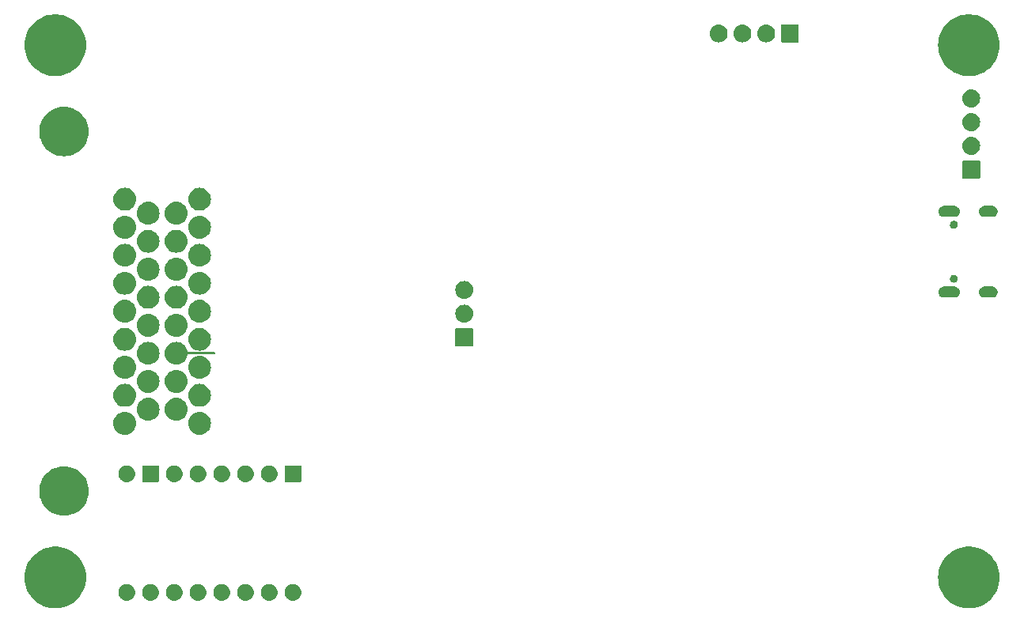
<source format=gbr>
%TF.GenerationSoftware,KiCad,Pcbnew,8.0.6*%
%TF.CreationDate,2024-11-23T21:07:21+07:00*%
%TF.ProjectId,NO2C,4e4f3243-2e6b-4696-9361-645f70636258,vD1*%
%TF.SameCoordinates,Original*%
%TF.FileFunction,Soldermask,Bot*%
%TF.FilePolarity,Negative*%
%FSLAX46Y46*%
G04 Gerber Fmt 4.6, Leading zero omitted, Abs format (unit mm)*
G04 Created by KiCad (PCBNEW 8.0.6) date 2024-11-23 21:07:21*
%MOMM*%
%LPD*%
G01*
G04 APERTURE LIST*
G04 APERTURE END LIST*
G36*
X4034139Y6758106D02*
G01*
X4383272Y6681257D01*
X4722048Y6567110D01*
X5046497Y6417003D01*
X5352815Y6232698D01*
X5637411Y6016354D01*
X5896947Y5770509D01*
X6128381Y5498043D01*
X6329000Y5202153D01*
X6496451Y4886306D01*
X6628772Y4554206D01*
X6724410Y4209746D01*
X6782246Y3856966D01*
X6801600Y3500000D01*
X6782246Y3143034D01*
X6724410Y2790254D01*
X6628772Y2445794D01*
X6496451Y2113694D01*
X6329000Y1797847D01*
X6128381Y1501957D01*
X5896947Y1229491D01*
X5637411Y983646D01*
X5352815Y767302D01*
X5046497Y582997D01*
X4722048Y432890D01*
X4383272Y318743D01*
X4034139Y241894D01*
X3678745Y203242D01*
X3321255Y203242D01*
X2965861Y241894D01*
X2616728Y318743D01*
X2277952Y432890D01*
X1953503Y582997D01*
X1647185Y767302D01*
X1362589Y983646D01*
X1103053Y1229491D01*
X871619Y1501957D01*
X671000Y1797847D01*
X503549Y2113694D01*
X371228Y2445794D01*
X275590Y2790254D01*
X217754Y3143034D01*
X198400Y3500000D01*
X217754Y3856966D01*
X275590Y4209746D01*
X371228Y4554206D01*
X503549Y4886306D01*
X671000Y5202153D01*
X871619Y5498043D01*
X1103053Y5770509D01*
X1362589Y6016354D01*
X1647185Y6232698D01*
X1953503Y6417003D01*
X2277952Y6567110D01*
X2616728Y6681257D01*
X2965861Y6758106D01*
X3321255Y6796758D01*
X3678745Y6796758D01*
X4034139Y6758106D01*
G37*
G36*
X101784139Y6758106D02*
G01*
X102133272Y6681257D01*
X102472048Y6567110D01*
X102796497Y6417003D01*
X103102815Y6232698D01*
X103387411Y6016354D01*
X103646947Y5770509D01*
X103878381Y5498043D01*
X104079000Y5202153D01*
X104246451Y4886306D01*
X104378772Y4554206D01*
X104474410Y4209746D01*
X104532246Y3856966D01*
X104551600Y3500000D01*
X104532246Y3143034D01*
X104474410Y2790254D01*
X104378772Y2445794D01*
X104246451Y2113694D01*
X104079000Y1797847D01*
X103878381Y1501957D01*
X103646947Y1229491D01*
X103387411Y983646D01*
X103102815Y767302D01*
X102796497Y582997D01*
X102472048Y432890D01*
X102133272Y318743D01*
X101784139Y241894D01*
X101428745Y203242D01*
X101071255Y203242D01*
X100715861Y241894D01*
X100366728Y318743D01*
X100027952Y432890D01*
X99703503Y582997D01*
X99397185Y767302D01*
X99112589Y983646D01*
X98853053Y1229491D01*
X98621619Y1501957D01*
X98421000Y1797847D01*
X98253549Y2113694D01*
X98121228Y2445794D01*
X98025590Y2790254D01*
X97967754Y3143034D01*
X97948400Y3500000D01*
X97967754Y3856966D01*
X98025590Y4209746D01*
X98121228Y4554206D01*
X98253549Y4886306D01*
X98421000Y5202153D01*
X98621619Y5498043D01*
X98853053Y5770509D01*
X99112589Y6016354D01*
X99397185Y6232698D01*
X99703503Y6417003D01*
X100027952Y6567110D01*
X100366728Y6681257D01*
X100715861Y6758106D01*
X101071255Y6796758D01*
X101428745Y6796758D01*
X101784139Y6758106D01*
G37*
G36*
X11197659Y2798661D02*
G01*
X11244243Y2798661D01*
X11284468Y2790111D01*
X11325842Y2786036D01*
X11377821Y2770269D01*
X11428610Y2759473D01*
X11461108Y2745004D01*
X11494934Y2734743D01*
X11548690Y2706010D01*
X11600800Y2682809D01*
X11625025Y2665208D01*
X11650765Y2651450D01*
X11703273Y2608358D01*
X11753288Y2572019D01*
X11769527Y2553983D01*
X11787353Y2539354D01*
X11835254Y2480987D01*
X11879410Y2431947D01*
X11888685Y2415881D01*
X11899449Y2402766D01*
X11939262Y2328281D01*
X11973653Y2268714D01*
X11977609Y2256538D01*
X11982742Y2246935D01*
X12011041Y2153644D01*
X12031898Y2089453D01*
X12032632Y2082468D01*
X12034035Y2077843D01*
X12047689Y1939203D01*
X12051600Y1902000D01*
X12047689Y1864795D01*
X12034035Y1726158D01*
X12032632Y1721535D01*
X12031898Y1714547D01*
X12011036Y1650343D01*
X11982742Y1557066D01*
X11977610Y1547465D01*
X11973653Y1535286D01*
X11939255Y1475708D01*
X11899449Y1401235D01*
X11888687Y1388123D01*
X11879410Y1372053D01*
X11835245Y1323004D01*
X11787353Y1264647D01*
X11769531Y1250022D01*
X11753288Y1231981D01*
X11703262Y1195636D01*
X11650765Y1152551D01*
X11625030Y1138796D01*
X11600800Y1121191D01*
X11548679Y1097986D01*
X11494934Y1069258D01*
X11461115Y1059000D01*
X11428610Y1044527D01*
X11377810Y1033730D01*
X11325842Y1017965D01*
X11284476Y1013891D01*
X11244243Y1005339D01*
X11197649Y1005339D01*
X11150000Y1000646D01*
X11102351Y1005339D01*
X11055757Y1005339D01*
X11015523Y1013891D01*
X10974157Y1017965D01*
X10922185Y1033731D01*
X10871390Y1044527D01*
X10838886Y1058999D01*
X10805065Y1069258D01*
X10751314Y1097989D01*
X10699200Y1121191D01*
X10674972Y1138794D01*
X10649234Y1152551D01*
X10596728Y1195642D01*
X10546712Y1231981D01*
X10530471Y1250018D01*
X10512646Y1264647D01*
X10464743Y1323017D01*
X10420590Y1372053D01*
X10411314Y1388119D01*
X10400550Y1401235D01*
X10360731Y1475731D01*
X10326347Y1535286D01*
X10322391Y1547461D01*
X10317257Y1557066D01*
X10288948Y1650389D01*
X10268102Y1714547D01*
X10267368Y1721530D01*
X10265964Y1726158D01*
X10252294Y1864946D01*
X10248400Y1902000D01*
X10252294Y1939052D01*
X10265964Y2077843D01*
X10267368Y2082473D01*
X10268102Y2089453D01*
X10288943Y2153598D01*
X10317257Y2246935D01*
X10322392Y2256543D01*
X10326347Y2268714D01*
X10360724Y2328257D01*
X10400550Y2402766D01*
X10411316Y2415885D01*
X10420590Y2431947D01*
X10464733Y2480974D01*
X10512646Y2539354D01*
X10530474Y2553986D01*
X10546712Y2572019D01*
X10596718Y2608351D01*
X10649234Y2651450D01*
X10674977Y2665210D01*
X10699200Y2682809D01*
X10751303Y2706007D01*
X10805065Y2734743D01*
X10838893Y2745005D01*
X10871390Y2759473D01*
X10922174Y2770268D01*
X10974157Y2786036D01*
X11015532Y2790112D01*
X11055757Y2798661D01*
X11102341Y2798661D01*
X11150000Y2803355D01*
X11197659Y2798661D01*
G37*
G36*
X13737659Y2798661D02*
G01*
X13784243Y2798661D01*
X13824468Y2790111D01*
X13865842Y2786036D01*
X13917821Y2770269D01*
X13968610Y2759473D01*
X14001108Y2745004D01*
X14034934Y2734743D01*
X14088690Y2706010D01*
X14140800Y2682809D01*
X14165025Y2665208D01*
X14190765Y2651450D01*
X14243273Y2608358D01*
X14293288Y2572019D01*
X14309527Y2553983D01*
X14327353Y2539354D01*
X14375254Y2480987D01*
X14419410Y2431947D01*
X14428685Y2415881D01*
X14439449Y2402766D01*
X14479262Y2328281D01*
X14513653Y2268714D01*
X14517609Y2256538D01*
X14522742Y2246935D01*
X14551041Y2153644D01*
X14571898Y2089453D01*
X14572632Y2082468D01*
X14574035Y2077843D01*
X14587689Y1939203D01*
X14591600Y1902000D01*
X14587689Y1864795D01*
X14574035Y1726158D01*
X14572632Y1721535D01*
X14571898Y1714547D01*
X14551036Y1650343D01*
X14522742Y1557066D01*
X14517610Y1547465D01*
X14513653Y1535286D01*
X14479255Y1475708D01*
X14439449Y1401235D01*
X14428687Y1388123D01*
X14419410Y1372053D01*
X14375245Y1323004D01*
X14327353Y1264647D01*
X14309531Y1250022D01*
X14293288Y1231981D01*
X14243262Y1195636D01*
X14190765Y1152551D01*
X14165030Y1138796D01*
X14140800Y1121191D01*
X14088679Y1097986D01*
X14034934Y1069258D01*
X14001115Y1059000D01*
X13968610Y1044527D01*
X13917810Y1033730D01*
X13865842Y1017965D01*
X13824476Y1013891D01*
X13784243Y1005339D01*
X13737649Y1005339D01*
X13690000Y1000646D01*
X13642351Y1005339D01*
X13595757Y1005339D01*
X13555523Y1013891D01*
X13514157Y1017965D01*
X13462185Y1033731D01*
X13411390Y1044527D01*
X13378886Y1058999D01*
X13345065Y1069258D01*
X13291314Y1097989D01*
X13239200Y1121191D01*
X13214972Y1138794D01*
X13189234Y1152551D01*
X13136728Y1195642D01*
X13086712Y1231981D01*
X13070471Y1250018D01*
X13052646Y1264647D01*
X13004743Y1323017D01*
X12960590Y1372053D01*
X12951314Y1388119D01*
X12940550Y1401235D01*
X12900731Y1475731D01*
X12866347Y1535286D01*
X12862391Y1547461D01*
X12857257Y1557066D01*
X12828948Y1650389D01*
X12808102Y1714547D01*
X12807368Y1721530D01*
X12805964Y1726158D01*
X12792294Y1864946D01*
X12788400Y1902000D01*
X12792294Y1939052D01*
X12805964Y2077843D01*
X12807368Y2082473D01*
X12808102Y2089453D01*
X12828943Y2153598D01*
X12857257Y2246935D01*
X12862392Y2256543D01*
X12866347Y2268714D01*
X12900724Y2328257D01*
X12940550Y2402766D01*
X12951316Y2415885D01*
X12960590Y2431947D01*
X13004733Y2480974D01*
X13052646Y2539354D01*
X13070474Y2553986D01*
X13086712Y2572019D01*
X13136718Y2608351D01*
X13189234Y2651450D01*
X13214977Y2665210D01*
X13239200Y2682809D01*
X13291303Y2706007D01*
X13345065Y2734743D01*
X13378893Y2745005D01*
X13411390Y2759473D01*
X13462174Y2770268D01*
X13514157Y2786036D01*
X13555532Y2790112D01*
X13595757Y2798661D01*
X13642341Y2798661D01*
X13690000Y2803355D01*
X13737659Y2798661D01*
G37*
G36*
X16277659Y2798661D02*
G01*
X16324243Y2798661D01*
X16364468Y2790111D01*
X16405842Y2786036D01*
X16457821Y2770269D01*
X16508610Y2759473D01*
X16541108Y2745004D01*
X16574934Y2734743D01*
X16628690Y2706010D01*
X16680800Y2682809D01*
X16705025Y2665208D01*
X16730765Y2651450D01*
X16783273Y2608358D01*
X16833288Y2572019D01*
X16849527Y2553983D01*
X16867353Y2539354D01*
X16915254Y2480987D01*
X16959410Y2431947D01*
X16968685Y2415881D01*
X16979449Y2402766D01*
X17019262Y2328281D01*
X17053653Y2268714D01*
X17057609Y2256538D01*
X17062742Y2246935D01*
X17091041Y2153644D01*
X17111898Y2089453D01*
X17112632Y2082468D01*
X17114035Y2077843D01*
X17127689Y1939203D01*
X17131600Y1902000D01*
X17127689Y1864795D01*
X17114035Y1726158D01*
X17112632Y1721535D01*
X17111898Y1714547D01*
X17091036Y1650343D01*
X17062742Y1557066D01*
X17057610Y1547465D01*
X17053653Y1535286D01*
X17019255Y1475708D01*
X16979449Y1401235D01*
X16968687Y1388123D01*
X16959410Y1372053D01*
X16915245Y1323004D01*
X16867353Y1264647D01*
X16849531Y1250022D01*
X16833288Y1231981D01*
X16783262Y1195636D01*
X16730765Y1152551D01*
X16705030Y1138796D01*
X16680800Y1121191D01*
X16628679Y1097986D01*
X16574934Y1069258D01*
X16541115Y1059000D01*
X16508610Y1044527D01*
X16457810Y1033730D01*
X16405842Y1017965D01*
X16364476Y1013891D01*
X16324243Y1005339D01*
X16277649Y1005339D01*
X16230000Y1000646D01*
X16182351Y1005339D01*
X16135757Y1005339D01*
X16095523Y1013891D01*
X16054157Y1017965D01*
X16002185Y1033731D01*
X15951390Y1044527D01*
X15918886Y1058999D01*
X15885065Y1069258D01*
X15831314Y1097989D01*
X15779200Y1121191D01*
X15754972Y1138794D01*
X15729234Y1152551D01*
X15676728Y1195642D01*
X15626712Y1231981D01*
X15610471Y1250018D01*
X15592646Y1264647D01*
X15544743Y1323017D01*
X15500590Y1372053D01*
X15491314Y1388119D01*
X15480550Y1401235D01*
X15440731Y1475731D01*
X15406347Y1535286D01*
X15402391Y1547461D01*
X15397257Y1557066D01*
X15368948Y1650389D01*
X15348102Y1714547D01*
X15347368Y1721530D01*
X15345964Y1726158D01*
X15332294Y1864946D01*
X15328400Y1902000D01*
X15332294Y1939052D01*
X15345964Y2077843D01*
X15347368Y2082473D01*
X15348102Y2089453D01*
X15368943Y2153598D01*
X15397257Y2246935D01*
X15402392Y2256543D01*
X15406347Y2268714D01*
X15440724Y2328257D01*
X15480550Y2402766D01*
X15491316Y2415885D01*
X15500590Y2431947D01*
X15544733Y2480974D01*
X15592646Y2539354D01*
X15610474Y2553986D01*
X15626712Y2572019D01*
X15676718Y2608351D01*
X15729234Y2651450D01*
X15754977Y2665210D01*
X15779200Y2682809D01*
X15831303Y2706007D01*
X15885065Y2734743D01*
X15918893Y2745005D01*
X15951390Y2759473D01*
X16002174Y2770268D01*
X16054157Y2786036D01*
X16095532Y2790112D01*
X16135757Y2798661D01*
X16182341Y2798661D01*
X16230000Y2803355D01*
X16277659Y2798661D01*
G37*
G36*
X18817659Y2798661D02*
G01*
X18864243Y2798661D01*
X18904468Y2790111D01*
X18945842Y2786036D01*
X18997821Y2770269D01*
X19048610Y2759473D01*
X19081108Y2745004D01*
X19114934Y2734743D01*
X19168690Y2706010D01*
X19220800Y2682809D01*
X19245025Y2665208D01*
X19270765Y2651450D01*
X19323273Y2608358D01*
X19373288Y2572019D01*
X19389527Y2553983D01*
X19407353Y2539354D01*
X19455254Y2480987D01*
X19499410Y2431947D01*
X19508685Y2415881D01*
X19519449Y2402766D01*
X19559262Y2328281D01*
X19593653Y2268714D01*
X19597609Y2256538D01*
X19602742Y2246935D01*
X19631041Y2153644D01*
X19651898Y2089453D01*
X19652632Y2082468D01*
X19654035Y2077843D01*
X19667689Y1939203D01*
X19671600Y1902000D01*
X19667689Y1864795D01*
X19654035Y1726158D01*
X19652632Y1721535D01*
X19651898Y1714547D01*
X19631036Y1650343D01*
X19602742Y1557066D01*
X19597610Y1547465D01*
X19593653Y1535286D01*
X19559255Y1475708D01*
X19519449Y1401235D01*
X19508687Y1388123D01*
X19499410Y1372053D01*
X19455245Y1323004D01*
X19407353Y1264647D01*
X19389531Y1250022D01*
X19373288Y1231981D01*
X19323262Y1195636D01*
X19270765Y1152551D01*
X19245030Y1138796D01*
X19220800Y1121191D01*
X19168679Y1097986D01*
X19114934Y1069258D01*
X19081115Y1059000D01*
X19048610Y1044527D01*
X18997810Y1033730D01*
X18945842Y1017965D01*
X18904476Y1013891D01*
X18864243Y1005339D01*
X18817649Y1005339D01*
X18770000Y1000646D01*
X18722351Y1005339D01*
X18675757Y1005339D01*
X18635523Y1013891D01*
X18594157Y1017965D01*
X18542185Y1033731D01*
X18491390Y1044527D01*
X18458886Y1058999D01*
X18425065Y1069258D01*
X18371314Y1097989D01*
X18319200Y1121191D01*
X18294972Y1138794D01*
X18269234Y1152551D01*
X18216728Y1195642D01*
X18166712Y1231981D01*
X18150471Y1250018D01*
X18132646Y1264647D01*
X18084743Y1323017D01*
X18040590Y1372053D01*
X18031314Y1388119D01*
X18020550Y1401235D01*
X17980731Y1475731D01*
X17946347Y1535286D01*
X17942391Y1547461D01*
X17937257Y1557066D01*
X17908948Y1650389D01*
X17888102Y1714547D01*
X17887368Y1721530D01*
X17885964Y1726158D01*
X17872294Y1864946D01*
X17868400Y1902000D01*
X17872294Y1939052D01*
X17885964Y2077843D01*
X17887368Y2082473D01*
X17888102Y2089453D01*
X17908943Y2153598D01*
X17937257Y2246935D01*
X17942392Y2256543D01*
X17946347Y2268714D01*
X17980724Y2328257D01*
X18020550Y2402766D01*
X18031316Y2415885D01*
X18040590Y2431947D01*
X18084733Y2480974D01*
X18132646Y2539354D01*
X18150474Y2553986D01*
X18166712Y2572019D01*
X18216718Y2608351D01*
X18269234Y2651450D01*
X18294977Y2665210D01*
X18319200Y2682809D01*
X18371303Y2706007D01*
X18425065Y2734743D01*
X18458893Y2745005D01*
X18491390Y2759473D01*
X18542174Y2770268D01*
X18594157Y2786036D01*
X18635532Y2790112D01*
X18675757Y2798661D01*
X18722341Y2798661D01*
X18770000Y2803355D01*
X18817659Y2798661D01*
G37*
G36*
X21357659Y2798661D02*
G01*
X21404243Y2798661D01*
X21444468Y2790111D01*
X21485842Y2786036D01*
X21537821Y2770269D01*
X21588610Y2759473D01*
X21621108Y2745004D01*
X21654934Y2734743D01*
X21708690Y2706010D01*
X21760800Y2682809D01*
X21785025Y2665208D01*
X21810765Y2651450D01*
X21863273Y2608358D01*
X21913288Y2572019D01*
X21929527Y2553983D01*
X21947353Y2539354D01*
X21995254Y2480987D01*
X22039410Y2431947D01*
X22048685Y2415881D01*
X22059449Y2402766D01*
X22099262Y2328281D01*
X22133653Y2268714D01*
X22137609Y2256538D01*
X22142742Y2246935D01*
X22171041Y2153644D01*
X22191898Y2089453D01*
X22192632Y2082468D01*
X22194035Y2077843D01*
X22207689Y1939203D01*
X22211600Y1902000D01*
X22207689Y1864795D01*
X22194035Y1726158D01*
X22192632Y1721535D01*
X22191898Y1714547D01*
X22171036Y1650343D01*
X22142742Y1557066D01*
X22137610Y1547465D01*
X22133653Y1535286D01*
X22099255Y1475708D01*
X22059449Y1401235D01*
X22048687Y1388123D01*
X22039410Y1372053D01*
X21995245Y1323004D01*
X21947353Y1264647D01*
X21929531Y1250022D01*
X21913288Y1231981D01*
X21863262Y1195636D01*
X21810765Y1152551D01*
X21785030Y1138796D01*
X21760800Y1121191D01*
X21708679Y1097986D01*
X21654934Y1069258D01*
X21621115Y1059000D01*
X21588610Y1044527D01*
X21537810Y1033730D01*
X21485842Y1017965D01*
X21444476Y1013891D01*
X21404243Y1005339D01*
X21357649Y1005339D01*
X21310000Y1000646D01*
X21262351Y1005339D01*
X21215757Y1005339D01*
X21175523Y1013891D01*
X21134157Y1017965D01*
X21082185Y1033731D01*
X21031390Y1044527D01*
X20998886Y1058999D01*
X20965065Y1069258D01*
X20911314Y1097989D01*
X20859200Y1121191D01*
X20834972Y1138794D01*
X20809234Y1152551D01*
X20756728Y1195642D01*
X20706712Y1231981D01*
X20690471Y1250018D01*
X20672646Y1264647D01*
X20624743Y1323017D01*
X20580590Y1372053D01*
X20571314Y1388119D01*
X20560550Y1401235D01*
X20520731Y1475731D01*
X20486347Y1535286D01*
X20482391Y1547461D01*
X20477257Y1557066D01*
X20448948Y1650389D01*
X20428102Y1714547D01*
X20427368Y1721530D01*
X20425964Y1726158D01*
X20412294Y1864946D01*
X20408400Y1902000D01*
X20412294Y1939052D01*
X20425964Y2077843D01*
X20427368Y2082473D01*
X20428102Y2089453D01*
X20448943Y2153598D01*
X20477257Y2246935D01*
X20482392Y2256543D01*
X20486347Y2268714D01*
X20520724Y2328257D01*
X20560550Y2402766D01*
X20571316Y2415885D01*
X20580590Y2431947D01*
X20624733Y2480974D01*
X20672646Y2539354D01*
X20690474Y2553986D01*
X20706712Y2572019D01*
X20756718Y2608351D01*
X20809234Y2651450D01*
X20834977Y2665210D01*
X20859200Y2682809D01*
X20911303Y2706007D01*
X20965065Y2734743D01*
X20998893Y2745005D01*
X21031390Y2759473D01*
X21082174Y2770268D01*
X21134157Y2786036D01*
X21175532Y2790112D01*
X21215757Y2798661D01*
X21262341Y2798661D01*
X21310000Y2803355D01*
X21357659Y2798661D01*
G37*
G36*
X23897659Y2798661D02*
G01*
X23944243Y2798661D01*
X23984468Y2790111D01*
X24025842Y2786036D01*
X24077821Y2770269D01*
X24128610Y2759473D01*
X24161108Y2745004D01*
X24194934Y2734743D01*
X24248690Y2706010D01*
X24300800Y2682809D01*
X24325025Y2665208D01*
X24350765Y2651450D01*
X24403273Y2608358D01*
X24453288Y2572019D01*
X24469527Y2553983D01*
X24487353Y2539354D01*
X24535254Y2480987D01*
X24579410Y2431947D01*
X24588685Y2415881D01*
X24599449Y2402766D01*
X24639262Y2328281D01*
X24673653Y2268714D01*
X24677609Y2256538D01*
X24682742Y2246935D01*
X24711041Y2153644D01*
X24731898Y2089453D01*
X24732632Y2082468D01*
X24734035Y2077843D01*
X24747689Y1939203D01*
X24751600Y1902000D01*
X24747689Y1864795D01*
X24734035Y1726158D01*
X24732632Y1721535D01*
X24731898Y1714547D01*
X24711036Y1650343D01*
X24682742Y1557066D01*
X24677610Y1547465D01*
X24673653Y1535286D01*
X24639255Y1475708D01*
X24599449Y1401235D01*
X24588687Y1388123D01*
X24579410Y1372053D01*
X24535245Y1323004D01*
X24487353Y1264647D01*
X24469531Y1250022D01*
X24453288Y1231981D01*
X24403262Y1195636D01*
X24350765Y1152551D01*
X24325030Y1138796D01*
X24300800Y1121191D01*
X24248679Y1097986D01*
X24194934Y1069258D01*
X24161115Y1059000D01*
X24128610Y1044527D01*
X24077810Y1033730D01*
X24025842Y1017965D01*
X23984476Y1013891D01*
X23944243Y1005339D01*
X23897649Y1005339D01*
X23850000Y1000646D01*
X23802351Y1005339D01*
X23755757Y1005339D01*
X23715523Y1013891D01*
X23674157Y1017965D01*
X23622185Y1033731D01*
X23571390Y1044527D01*
X23538886Y1058999D01*
X23505065Y1069258D01*
X23451314Y1097989D01*
X23399200Y1121191D01*
X23374972Y1138794D01*
X23349234Y1152551D01*
X23296728Y1195642D01*
X23246712Y1231981D01*
X23230471Y1250018D01*
X23212646Y1264647D01*
X23164743Y1323017D01*
X23120590Y1372053D01*
X23111314Y1388119D01*
X23100550Y1401235D01*
X23060731Y1475731D01*
X23026347Y1535286D01*
X23022391Y1547461D01*
X23017257Y1557066D01*
X22988948Y1650389D01*
X22968102Y1714547D01*
X22967368Y1721530D01*
X22965964Y1726158D01*
X22952294Y1864946D01*
X22948400Y1902000D01*
X22952294Y1939052D01*
X22965964Y2077843D01*
X22967368Y2082473D01*
X22968102Y2089453D01*
X22988943Y2153598D01*
X23017257Y2246935D01*
X23022392Y2256543D01*
X23026347Y2268714D01*
X23060724Y2328257D01*
X23100550Y2402766D01*
X23111316Y2415885D01*
X23120590Y2431947D01*
X23164733Y2480974D01*
X23212646Y2539354D01*
X23230474Y2553986D01*
X23246712Y2572019D01*
X23296718Y2608351D01*
X23349234Y2651450D01*
X23374977Y2665210D01*
X23399200Y2682809D01*
X23451303Y2706007D01*
X23505065Y2734743D01*
X23538893Y2745005D01*
X23571390Y2759473D01*
X23622174Y2770268D01*
X23674157Y2786036D01*
X23715532Y2790112D01*
X23755757Y2798661D01*
X23802341Y2798661D01*
X23850000Y2803355D01*
X23897659Y2798661D01*
G37*
G36*
X26437659Y2798661D02*
G01*
X26484243Y2798661D01*
X26524468Y2790111D01*
X26565842Y2786036D01*
X26617821Y2770269D01*
X26668610Y2759473D01*
X26701108Y2745004D01*
X26734934Y2734743D01*
X26788690Y2706010D01*
X26840800Y2682809D01*
X26865025Y2665208D01*
X26890765Y2651450D01*
X26943273Y2608358D01*
X26993288Y2572019D01*
X27009527Y2553983D01*
X27027353Y2539354D01*
X27075254Y2480987D01*
X27119410Y2431947D01*
X27128685Y2415881D01*
X27139449Y2402766D01*
X27179262Y2328281D01*
X27213653Y2268714D01*
X27217609Y2256538D01*
X27222742Y2246935D01*
X27251041Y2153644D01*
X27271898Y2089453D01*
X27272632Y2082468D01*
X27274035Y2077843D01*
X27287689Y1939203D01*
X27291600Y1902000D01*
X27287689Y1864795D01*
X27274035Y1726158D01*
X27272632Y1721535D01*
X27271898Y1714547D01*
X27251036Y1650343D01*
X27222742Y1557066D01*
X27217610Y1547465D01*
X27213653Y1535286D01*
X27179255Y1475708D01*
X27139449Y1401235D01*
X27128687Y1388123D01*
X27119410Y1372053D01*
X27075245Y1323004D01*
X27027353Y1264647D01*
X27009531Y1250022D01*
X26993288Y1231981D01*
X26943262Y1195636D01*
X26890765Y1152551D01*
X26865030Y1138796D01*
X26840800Y1121191D01*
X26788679Y1097986D01*
X26734934Y1069258D01*
X26701115Y1059000D01*
X26668610Y1044527D01*
X26617810Y1033730D01*
X26565842Y1017965D01*
X26524476Y1013891D01*
X26484243Y1005339D01*
X26437649Y1005339D01*
X26390000Y1000646D01*
X26342351Y1005339D01*
X26295757Y1005339D01*
X26255523Y1013891D01*
X26214157Y1017965D01*
X26162185Y1033731D01*
X26111390Y1044527D01*
X26078886Y1058999D01*
X26045065Y1069258D01*
X25991314Y1097989D01*
X25939200Y1121191D01*
X25914972Y1138794D01*
X25889234Y1152551D01*
X25836728Y1195642D01*
X25786712Y1231981D01*
X25770471Y1250018D01*
X25752646Y1264647D01*
X25704743Y1323017D01*
X25660590Y1372053D01*
X25651314Y1388119D01*
X25640550Y1401235D01*
X25600731Y1475731D01*
X25566347Y1535286D01*
X25562391Y1547461D01*
X25557257Y1557066D01*
X25528948Y1650389D01*
X25508102Y1714547D01*
X25507368Y1721530D01*
X25505964Y1726158D01*
X25492294Y1864946D01*
X25488400Y1902000D01*
X25492294Y1939052D01*
X25505964Y2077843D01*
X25507368Y2082473D01*
X25508102Y2089453D01*
X25528943Y2153598D01*
X25557257Y2246935D01*
X25562392Y2256543D01*
X25566347Y2268714D01*
X25600724Y2328257D01*
X25640550Y2402766D01*
X25651316Y2415885D01*
X25660590Y2431947D01*
X25704733Y2480974D01*
X25752646Y2539354D01*
X25770474Y2553986D01*
X25786712Y2572019D01*
X25836718Y2608351D01*
X25889234Y2651450D01*
X25914977Y2665210D01*
X25939200Y2682809D01*
X25991303Y2706007D01*
X26045065Y2734743D01*
X26078893Y2745005D01*
X26111390Y2759473D01*
X26162174Y2770268D01*
X26214157Y2786036D01*
X26255532Y2790112D01*
X26295757Y2798661D01*
X26342341Y2798661D01*
X26390000Y2803355D01*
X26437659Y2798661D01*
G37*
G36*
X28977659Y2798661D02*
G01*
X29024243Y2798661D01*
X29064468Y2790111D01*
X29105842Y2786036D01*
X29157821Y2770269D01*
X29208610Y2759473D01*
X29241108Y2745004D01*
X29274934Y2734743D01*
X29328690Y2706010D01*
X29380800Y2682809D01*
X29405025Y2665208D01*
X29430765Y2651450D01*
X29483273Y2608358D01*
X29533288Y2572019D01*
X29549527Y2553983D01*
X29567353Y2539354D01*
X29615254Y2480987D01*
X29659410Y2431947D01*
X29668685Y2415881D01*
X29679449Y2402766D01*
X29719262Y2328281D01*
X29753653Y2268714D01*
X29757609Y2256538D01*
X29762742Y2246935D01*
X29791041Y2153644D01*
X29811898Y2089453D01*
X29812632Y2082468D01*
X29814035Y2077843D01*
X29827689Y1939203D01*
X29831600Y1902000D01*
X29827689Y1864795D01*
X29814035Y1726158D01*
X29812632Y1721535D01*
X29811898Y1714547D01*
X29791036Y1650343D01*
X29762742Y1557066D01*
X29757610Y1547465D01*
X29753653Y1535286D01*
X29719255Y1475708D01*
X29679449Y1401235D01*
X29668687Y1388123D01*
X29659410Y1372053D01*
X29615245Y1323004D01*
X29567353Y1264647D01*
X29549531Y1250022D01*
X29533288Y1231981D01*
X29483262Y1195636D01*
X29430765Y1152551D01*
X29405030Y1138796D01*
X29380800Y1121191D01*
X29328679Y1097986D01*
X29274934Y1069258D01*
X29241115Y1059000D01*
X29208610Y1044527D01*
X29157810Y1033730D01*
X29105842Y1017965D01*
X29064476Y1013891D01*
X29024243Y1005339D01*
X28977649Y1005339D01*
X28930000Y1000646D01*
X28882351Y1005339D01*
X28835757Y1005339D01*
X28795523Y1013891D01*
X28754157Y1017965D01*
X28702185Y1033731D01*
X28651390Y1044527D01*
X28618886Y1058999D01*
X28585065Y1069258D01*
X28531314Y1097989D01*
X28479200Y1121191D01*
X28454972Y1138794D01*
X28429234Y1152551D01*
X28376728Y1195642D01*
X28326712Y1231981D01*
X28310471Y1250018D01*
X28292646Y1264647D01*
X28244743Y1323017D01*
X28200590Y1372053D01*
X28191314Y1388119D01*
X28180550Y1401235D01*
X28140731Y1475731D01*
X28106347Y1535286D01*
X28102391Y1547461D01*
X28097257Y1557066D01*
X28068948Y1650389D01*
X28048102Y1714547D01*
X28047368Y1721530D01*
X28045964Y1726158D01*
X28032294Y1864946D01*
X28028400Y1902000D01*
X28032294Y1939052D01*
X28045964Y2077843D01*
X28047368Y2082473D01*
X28048102Y2089453D01*
X28068943Y2153598D01*
X28097257Y2246935D01*
X28102392Y2256543D01*
X28106347Y2268714D01*
X28140724Y2328257D01*
X28180550Y2402766D01*
X28191316Y2415885D01*
X28200590Y2431947D01*
X28244733Y2480974D01*
X28292646Y2539354D01*
X28310474Y2553986D01*
X28326712Y2572019D01*
X28376718Y2608351D01*
X28429234Y2651450D01*
X28454977Y2665210D01*
X28479200Y2682809D01*
X28531303Y2706007D01*
X28585065Y2734743D01*
X28618893Y2745005D01*
X28651390Y2759473D01*
X28702174Y2770268D01*
X28754157Y2786036D01*
X28795532Y2790112D01*
X28835757Y2798661D01*
X28882341Y2798661D01*
X28930000Y2803355D01*
X28977659Y2798661D01*
G37*
G36*
X4757115Y15382267D02*
G01*
X5072069Y15324549D01*
X5377770Y15229289D01*
X5669760Y15097875D01*
X5943780Y14932224D01*
X6195836Y14734751D01*
X6422251Y14508336D01*
X6619724Y14256280D01*
X6785375Y13982260D01*
X6916789Y13690270D01*
X7012049Y13384569D01*
X7069767Y13069615D01*
X7089100Y12750000D01*
X7069767Y12430385D01*
X7012049Y12115431D01*
X6916789Y11809730D01*
X6785375Y11517740D01*
X6619724Y11243720D01*
X6422251Y10991664D01*
X6195836Y10765249D01*
X5943780Y10567776D01*
X5669760Y10402125D01*
X5377770Y10270711D01*
X5072069Y10175451D01*
X4757115Y10117733D01*
X4437500Y10098400D01*
X4117885Y10117733D01*
X3802931Y10175451D01*
X3497230Y10270711D01*
X3205240Y10402125D01*
X2931220Y10567776D01*
X2679164Y10765249D01*
X2452749Y10991664D01*
X2255276Y11243720D01*
X2089625Y11517740D01*
X1958211Y11809730D01*
X1862951Y12115431D01*
X1805233Y12430385D01*
X1785900Y12750000D01*
X1805233Y13069615D01*
X1862951Y13384569D01*
X1958211Y13690270D01*
X2089625Y13982260D01*
X2255276Y14256280D01*
X2452749Y14508336D01*
X2679164Y14734751D01*
X2931220Y14932224D01*
X3205240Y15097875D01*
X3497230Y15229289D01*
X3802931Y15324549D01*
X4117885Y15382267D01*
X4437500Y15401600D01*
X4757115Y15382267D01*
G37*
G36*
X14528881Y15495866D02*
G01*
X14561842Y15473842D01*
X14583866Y15440881D01*
X14591600Y15402000D01*
X14591600Y13802000D01*
X14583866Y13763119D01*
X14561842Y13730158D01*
X14528881Y13708134D01*
X14490000Y13700400D01*
X12890000Y13700400D01*
X12851119Y13708134D01*
X12818158Y13730158D01*
X12796134Y13763119D01*
X12788400Y13802000D01*
X12788400Y15402000D01*
X12796134Y15440881D01*
X12818158Y15473842D01*
X12851119Y15495866D01*
X12890000Y15503600D01*
X14490000Y15503600D01*
X14528881Y15495866D01*
G37*
G36*
X29768881Y15495866D02*
G01*
X29801842Y15473842D01*
X29823866Y15440881D01*
X29831600Y15402000D01*
X29831600Y13802000D01*
X29823866Y13763119D01*
X29801842Y13730158D01*
X29768881Y13708134D01*
X29730000Y13700400D01*
X28130000Y13700400D01*
X28091119Y13708134D01*
X28058158Y13730158D01*
X28036134Y13763119D01*
X28028400Y13802000D01*
X28028400Y15402000D01*
X28036134Y15440881D01*
X28058158Y15473842D01*
X28091119Y15495866D01*
X28130000Y15503600D01*
X29730000Y15503600D01*
X29768881Y15495866D01*
G37*
G36*
X11197659Y15498661D02*
G01*
X11244243Y15498661D01*
X11284468Y15490111D01*
X11325842Y15486036D01*
X11377821Y15470269D01*
X11428610Y15459473D01*
X11461108Y15445004D01*
X11494934Y15434743D01*
X11548690Y15406010D01*
X11600800Y15382809D01*
X11625025Y15365208D01*
X11650765Y15351450D01*
X11703273Y15308358D01*
X11753288Y15272019D01*
X11769527Y15253983D01*
X11787353Y15239354D01*
X11835254Y15180987D01*
X11879410Y15131947D01*
X11888685Y15115881D01*
X11899449Y15102766D01*
X11939262Y15028281D01*
X11973653Y14968714D01*
X11977609Y14956538D01*
X11982742Y14946935D01*
X12011041Y14853644D01*
X12031898Y14789453D01*
X12032632Y14782468D01*
X12034035Y14777843D01*
X12047689Y14639203D01*
X12051600Y14602000D01*
X12047689Y14564795D01*
X12034035Y14426158D01*
X12032632Y14421535D01*
X12031898Y14414547D01*
X12011036Y14350343D01*
X11982742Y14257066D01*
X11977610Y14247465D01*
X11973653Y14235286D01*
X11939255Y14175708D01*
X11899449Y14101235D01*
X11888687Y14088123D01*
X11879410Y14072053D01*
X11835245Y14023004D01*
X11787353Y13964647D01*
X11769531Y13950022D01*
X11753288Y13931981D01*
X11703262Y13895636D01*
X11650765Y13852551D01*
X11625030Y13838796D01*
X11600800Y13821191D01*
X11548679Y13797986D01*
X11494934Y13769258D01*
X11461115Y13759000D01*
X11428610Y13744527D01*
X11377810Y13733730D01*
X11325842Y13717965D01*
X11284476Y13713891D01*
X11244243Y13705339D01*
X11197649Y13705339D01*
X11150000Y13700646D01*
X11102351Y13705339D01*
X11055757Y13705339D01*
X11015523Y13713891D01*
X10974157Y13717965D01*
X10922185Y13733731D01*
X10871390Y13744527D01*
X10838886Y13758999D01*
X10805065Y13769258D01*
X10751314Y13797989D01*
X10699200Y13821191D01*
X10674972Y13838794D01*
X10649234Y13852551D01*
X10596728Y13895642D01*
X10546712Y13931981D01*
X10530471Y13950018D01*
X10512646Y13964647D01*
X10464743Y14023017D01*
X10420590Y14072053D01*
X10411314Y14088119D01*
X10400550Y14101235D01*
X10360731Y14175731D01*
X10326347Y14235286D01*
X10322391Y14247461D01*
X10317257Y14257066D01*
X10288948Y14350389D01*
X10268102Y14414547D01*
X10267368Y14421530D01*
X10265964Y14426158D01*
X10252294Y14564946D01*
X10248400Y14602000D01*
X10252294Y14639052D01*
X10265964Y14777843D01*
X10267368Y14782473D01*
X10268102Y14789453D01*
X10288943Y14853598D01*
X10317257Y14946935D01*
X10322392Y14956543D01*
X10326347Y14968714D01*
X10360724Y15028257D01*
X10400550Y15102766D01*
X10411316Y15115885D01*
X10420590Y15131947D01*
X10464733Y15180974D01*
X10512646Y15239354D01*
X10530474Y15253986D01*
X10546712Y15272019D01*
X10596718Y15308351D01*
X10649234Y15351450D01*
X10674977Y15365210D01*
X10699200Y15382809D01*
X10751303Y15406007D01*
X10805065Y15434743D01*
X10838893Y15445005D01*
X10871390Y15459473D01*
X10922174Y15470268D01*
X10974157Y15486036D01*
X11015532Y15490112D01*
X11055757Y15498661D01*
X11102341Y15498661D01*
X11150000Y15503355D01*
X11197659Y15498661D01*
G37*
G36*
X16277659Y15498661D02*
G01*
X16324243Y15498661D01*
X16364468Y15490111D01*
X16405842Y15486036D01*
X16457821Y15470269D01*
X16508610Y15459473D01*
X16541108Y15445004D01*
X16574934Y15434743D01*
X16628690Y15406010D01*
X16680800Y15382809D01*
X16705025Y15365208D01*
X16730765Y15351450D01*
X16783273Y15308358D01*
X16833288Y15272019D01*
X16849527Y15253983D01*
X16867353Y15239354D01*
X16915254Y15180987D01*
X16959410Y15131947D01*
X16968685Y15115881D01*
X16979449Y15102766D01*
X17019262Y15028281D01*
X17053653Y14968714D01*
X17057609Y14956538D01*
X17062742Y14946935D01*
X17091041Y14853644D01*
X17111898Y14789453D01*
X17112632Y14782468D01*
X17114035Y14777843D01*
X17127689Y14639203D01*
X17131600Y14602000D01*
X17127689Y14564795D01*
X17114035Y14426158D01*
X17112632Y14421535D01*
X17111898Y14414547D01*
X17091036Y14350343D01*
X17062742Y14257066D01*
X17057610Y14247465D01*
X17053653Y14235286D01*
X17019255Y14175708D01*
X16979449Y14101235D01*
X16968687Y14088123D01*
X16959410Y14072053D01*
X16915245Y14023004D01*
X16867353Y13964647D01*
X16849531Y13950022D01*
X16833288Y13931981D01*
X16783262Y13895636D01*
X16730765Y13852551D01*
X16705030Y13838796D01*
X16680800Y13821191D01*
X16628679Y13797986D01*
X16574934Y13769258D01*
X16541115Y13759000D01*
X16508610Y13744527D01*
X16457810Y13733730D01*
X16405842Y13717965D01*
X16364476Y13713891D01*
X16324243Y13705339D01*
X16277649Y13705339D01*
X16230000Y13700646D01*
X16182351Y13705339D01*
X16135757Y13705339D01*
X16095523Y13713891D01*
X16054157Y13717965D01*
X16002185Y13733731D01*
X15951390Y13744527D01*
X15918886Y13758999D01*
X15885065Y13769258D01*
X15831314Y13797989D01*
X15779200Y13821191D01*
X15754972Y13838794D01*
X15729234Y13852551D01*
X15676728Y13895642D01*
X15626712Y13931981D01*
X15610471Y13950018D01*
X15592646Y13964647D01*
X15544743Y14023017D01*
X15500590Y14072053D01*
X15491314Y14088119D01*
X15480550Y14101235D01*
X15440731Y14175731D01*
X15406347Y14235286D01*
X15402391Y14247461D01*
X15397257Y14257066D01*
X15368948Y14350389D01*
X15348102Y14414547D01*
X15347368Y14421530D01*
X15345964Y14426158D01*
X15332294Y14564946D01*
X15328400Y14602000D01*
X15332294Y14639052D01*
X15345964Y14777843D01*
X15347368Y14782473D01*
X15348102Y14789453D01*
X15368943Y14853598D01*
X15397257Y14946935D01*
X15402392Y14956543D01*
X15406347Y14968714D01*
X15440724Y15028257D01*
X15480550Y15102766D01*
X15491316Y15115885D01*
X15500590Y15131947D01*
X15544733Y15180974D01*
X15592646Y15239354D01*
X15610474Y15253986D01*
X15626712Y15272019D01*
X15676718Y15308351D01*
X15729234Y15351450D01*
X15754977Y15365210D01*
X15779200Y15382809D01*
X15831303Y15406007D01*
X15885065Y15434743D01*
X15918893Y15445005D01*
X15951390Y15459473D01*
X16002174Y15470268D01*
X16054157Y15486036D01*
X16095532Y15490112D01*
X16135757Y15498661D01*
X16182341Y15498661D01*
X16230000Y15503355D01*
X16277659Y15498661D01*
G37*
G36*
X18817659Y15498661D02*
G01*
X18864243Y15498661D01*
X18904468Y15490111D01*
X18945842Y15486036D01*
X18997821Y15470269D01*
X19048610Y15459473D01*
X19081108Y15445004D01*
X19114934Y15434743D01*
X19168690Y15406010D01*
X19220800Y15382809D01*
X19245025Y15365208D01*
X19270765Y15351450D01*
X19323273Y15308358D01*
X19373288Y15272019D01*
X19389527Y15253983D01*
X19407353Y15239354D01*
X19455254Y15180987D01*
X19499410Y15131947D01*
X19508685Y15115881D01*
X19519449Y15102766D01*
X19559262Y15028281D01*
X19593653Y14968714D01*
X19597609Y14956538D01*
X19602742Y14946935D01*
X19631041Y14853644D01*
X19651898Y14789453D01*
X19652632Y14782468D01*
X19654035Y14777843D01*
X19667689Y14639203D01*
X19671600Y14602000D01*
X19667689Y14564795D01*
X19654035Y14426158D01*
X19652632Y14421535D01*
X19651898Y14414547D01*
X19631036Y14350343D01*
X19602742Y14257066D01*
X19597610Y14247465D01*
X19593653Y14235286D01*
X19559255Y14175708D01*
X19519449Y14101235D01*
X19508687Y14088123D01*
X19499410Y14072053D01*
X19455245Y14023004D01*
X19407353Y13964647D01*
X19389531Y13950022D01*
X19373288Y13931981D01*
X19323262Y13895636D01*
X19270765Y13852551D01*
X19245030Y13838796D01*
X19220800Y13821191D01*
X19168679Y13797986D01*
X19114934Y13769258D01*
X19081115Y13759000D01*
X19048610Y13744527D01*
X18997810Y13733730D01*
X18945842Y13717965D01*
X18904476Y13713891D01*
X18864243Y13705339D01*
X18817649Y13705339D01*
X18770000Y13700646D01*
X18722351Y13705339D01*
X18675757Y13705339D01*
X18635523Y13713891D01*
X18594157Y13717965D01*
X18542185Y13733731D01*
X18491390Y13744527D01*
X18458886Y13758999D01*
X18425065Y13769258D01*
X18371314Y13797989D01*
X18319200Y13821191D01*
X18294972Y13838794D01*
X18269234Y13852551D01*
X18216728Y13895642D01*
X18166712Y13931981D01*
X18150471Y13950018D01*
X18132646Y13964647D01*
X18084743Y14023017D01*
X18040590Y14072053D01*
X18031314Y14088119D01*
X18020550Y14101235D01*
X17980731Y14175731D01*
X17946347Y14235286D01*
X17942391Y14247461D01*
X17937257Y14257066D01*
X17908948Y14350389D01*
X17888102Y14414547D01*
X17887368Y14421530D01*
X17885964Y14426158D01*
X17872294Y14564946D01*
X17868400Y14602000D01*
X17872294Y14639052D01*
X17885964Y14777843D01*
X17887368Y14782473D01*
X17888102Y14789453D01*
X17908943Y14853598D01*
X17937257Y14946935D01*
X17942392Y14956543D01*
X17946347Y14968714D01*
X17980724Y15028257D01*
X18020550Y15102766D01*
X18031316Y15115885D01*
X18040590Y15131947D01*
X18084733Y15180974D01*
X18132646Y15239354D01*
X18150474Y15253986D01*
X18166712Y15272019D01*
X18216718Y15308351D01*
X18269234Y15351450D01*
X18294977Y15365210D01*
X18319200Y15382809D01*
X18371303Y15406007D01*
X18425065Y15434743D01*
X18458893Y15445005D01*
X18491390Y15459473D01*
X18542174Y15470268D01*
X18594157Y15486036D01*
X18635532Y15490112D01*
X18675757Y15498661D01*
X18722341Y15498661D01*
X18770000Y15503355D01*
X18817659Y15498661D01*
G37*
G36*
X21357659Y15498661D02*
G01*
X21404243Y15498661D01*
X21444468Y15490111D01*
X21485842Y15486036D01*
X21537821Y15470269D01*
X21588610Y15459473D01*
X21621108Y15445004D01*
X21654934Y15434743D01*
X21708690Y15406010D01*
X21760800Y15382809D01*
X21785025Y15365208D01*
X21810765Y15351450D01*
X21863273Y15308358D01*
X21913288Y15272019D01*
X21929527Y15253983D01*
X21947353Y15239354D01*
X21995254Y15180987D01*
X22039410Y15131947D01*
X22048685Y15115881D01*
X22059449Y15102766D01*
X22099262Y15028281D01*
X22133653Y14968714D01*
X22137609Y14956538D01*
X22142742Y14946935D01*
X22171041Y14853644D01*
X22191898Y14789453D01*
X22192632Y14782468D01*
X22194035Y14777843D01*
X22207689Y14639203D01*
X22211600Y14602000D01*
X22207689Y14564795D01*
X22194035Y14426158D01*
X22192632Y14421535D01*
X22191898Y14414547D01*
X22171036Y14350343D01*
X22142742Y14257066D01*
X22137610Y14247465D01*
X22133653Y14235286D01*
X22099255Y14175708D01*
X22059449Y14101235D01*
X22048687Y14088123D01*
X22039410Y14072053D01*
X21995245Y14023004D01*
X21947353Y13964647D01*
X21929531Y13950022D01*
X21913288Y13931981D01*
X21863262Y13895636D01*
X21810765Y13852551D01*
X21785030Y13838796D01*
X21760800Y13821191D01*
X21708679Y13797986D01*
X21654934Y13769258D01*
X21621115Y13759000D01*
X21588610Y13744527D01*
X21537810Y13733730D01*
X21485842Y13717965D01*
X21444476Y13713891D01*
X21404243Y13705339D01*
X21357649Y13705339D01*
X21310000Y13700646D01*
X21262351Y13705339D01*
X21215757Y13705339D01*
X21175523Y13713891D01*
X21134157Y13717965D01*
X21082185Y13733731D01*
X21031390Y13744527D01*
X20998886Y13758999D01*
X20965065Y13769258D01*
X20911314Y13797989D01*
X20859200Y13821191D01*
X20834972Y13838794D01*
X20809234Y13852551D01*
X20756728Y13895642D01*
X20706712Y13931981D01*
X20690471Y13950018D01*
X20672646Y13964647D01*
X20624743Y14023017D01*
X20580590Y14072053D01*
X20571314Y14088119D01*
X20560550Y14101235D01*
X20520731Y14175731D01*
X20486347Y14235286D01*
X20482391Y14247461D01*
X20477257Y14257066D01*
X20448948Y14350389D01*
X20428102Y14414547D01*
X20427368Y14421530D01*
X20425964Y14426158D01*
X20412294Y14564946D01*
X20408400Y14602000D01*
X20412294Y14639052D01*
X20425964Y14777843D01*
X20427368Y14782473D01*
X20428102Y14789453D01*
X20448943Y14853598D01*
X20477257Y14946935D01*
X20482392Y14956543D01*
X20486347Y14968714D01*
X20520724Y15028257D01*
X20560550Y15102766D01*
X20571316Y15115885D01*
X20580590Y15131947D01*
X20624733Y15180974D01*
X20672646Y15239354D01*
X20690474Y15253986D01*
X20706712Y15272019D01*
X20756718Y15308351D01*
X20809234Y15351450D01*
X20834977Y15365210D01*
X20859200Y15382809D01*
X20911303Y15406007D01*
X20965065Y15434743D01*
X20998893Y15445005D01*
X21031390Y15459473D01*
X21082174Y15470268D01*
X21134157Y15486036D01*
X21175532Y15490112D01*
X21215757Y15498661D01*
X21262341Y15498661D01*
X21310000Y15503355D01*
X21357659Y15498661D01*
G37*
G36*
X23897659Y15498661D02*
G01*
X23944243Y15498661D01*
X23984468Y15490111D01*
X24025842Y15486036D01*
X24077821Y15470269D01*
X24128610Y15459473D01*
X24161108Y15445004D01*
X24194934Y15434743D01*
X24248690Y15406010D01*
X24300800Y15382809D01*
X24325025Y15365208D01*
X24350765Y15351450D01*
X24403273Y15308358D01*
X24453288Y15272019D01*
X24469527Y15253983D01*
X24487353Y15239354D01*
X24535254Y15180987D01*
X24579410Y15131947D01*
X24588685Y15115881D01*
X24599449Y15102766D01*
X24639262Y15028281D01*
X24673653Y14968714D01*
X24677609Y14956538D01*
X24682742Y14946935D01*
X24711041Y14853644D01*
X24731898Y14789453D01*
X24732632Y14782468D01*
X24734035Y14777843D01*
X24747689Y14639203D01*
X24751600Y14602000D01*
X24747689Y14564795D01*
X24734035Y14426158D01*
X24732632Y14421535D01*
X24731898Y14414547D01*
X24711036Y14350343D01*
X24682742Y14257066D01*
X24677610Y14247465D01*
X24673653Y14235286D01*
X24639255Y14175708D01*
X24599449Y14101235D01*
X24588687Y14088123D01*
X24579410Y14072053D01*
X24535245Y14023004D01*
X24487353Y13964647D01*
X24469531Y13950022D01*
X24453288Y13931981D01*
X24403262Y13895636D01*
X24350765Y13852551D01*
X24325030Y13838796D01*
X24300800Y13821191D01*
X24248679Y13797986D01*
X24194934Y13769258D01*
X24161115Y13759000D01*
X24128610Y13744527D01*
X24077810Y13733730D01*
X24025842Y13717965D01*
X23984476Y13713891D01*
X23944243Y13705339D01*
X23897649Y13705339D01*
X23850000Y13700646D01*
X23802351Y13705339D01*
X23755757Y13705339D01*
X23715523Y13713891D01*
X23674157Y13717965D01*
X23622185Y13733731D01*
X23571390Y13744527D01*
X23538886Y13758999D01*
X23505065Y13769258D01*
X23451314Y13797989D01*
X23399200Y13821191D01*
X23374972Y13838794D01*
X23349234Y13852551D01*
X23296728Y13895642D01*
X23246712Y13931981D01*
X23230471Y13950018D01*
X23212646Y13964647D01*
X23164743Y14023017D01*
X23120590Y14072053D01*
X23111314Y14088119D01*
X23100550Y14101235D01*
X23060731Y14175731D01*
X23026347Y14235286D01*
X23022391Y14247461D01*
X23017257Y14257066D01*
X22988948Y14350389D01*
X22968102Y14414547D01*
X22967368Y14421530D01*
X22965964Y14426158D01*
X22952294Y14564946D01*
X22948400Y14602000D01*
X22952294Y14639052D01*
X22965964Y14777843D01*
X22967368Y14782473D01*
X22968102Y14789453D01*
X22988943Y14853598D01*
X23017257Y14946935D01*
X23022392Y14956543D01*
X23026347Y14968714D01*
X23060724Y15028257D01*
X23100550Y15102766D01*
X23111316Y15115885D01*
X23120590Y15131947D01*
X23164733Y15180974D01*
X23212646Y15239354D01*
X23230474Y15253986D01*
X23246712Y15272019D01*
X23296718Y15308351D01*
X23349234Y15351450D01*
X23374977Y15365210D01*
X23399200Y15382809D01*
X23451303Y15406007D01*
X23505065Y15434743D01*
X23538893Y15445005D01*
X23571390Y15459473D01*
X23622174Y15470268D01*
X23674157Y15486036D01*
X23715532Y15490112D01*
X23755757Y15498661D01*
X23802341Y15498661D01*
X23850000Y15503355D01*
X23897659Y15498661D01*
G37*
G36*
X26437659Y15498661D02*
G01*
X26484243Y15498661D01*
X26524468Y15490111D01*
X26565842Y15486036D01*
X26617821Y15470269D01*
X26668610Y15459473D01*
X26701108Y15445004D01*
X26734934Y15434743D01*
X26788690Y15406010D01*
X26840800Y15382809D01*
X26865025Y15365208D01*
X26890765Y15351450D01*
X26943273Y15308358D01*
X26993288Y15272019D01*
X27009527Y15253983D01*
X27027353Y15239354D01*
X27075254Y15180987D01*
X27119410Y15131947D01*
X27128685Y15115881D01*
X27139449Y15102766D01*
X27179262Y15028281D01*
X27213653Y14968714D01*
X27217609Y14956538D01*
X27222742Y14946935D01*
X27251041Y14853644D01*
X27271898Y14789453D01*
X27272632Y14782468D01*
X27274035Y14777843D01*
X27287689Y14639203D01*
X27291600Y14602000D01*
X27287689Y14564795D01*
X27274035Y14426158D01*
X27272632Y14421535D01*
X27271898Y14414547D01*
X27251036Y14350343D01*
X27222742Y14257066D01*
X27217610Y14247465D01*
X27213653Y14235286D01*
X27179255Y14175708D01*
X27139449Y14101235D01*
X27128687Y14088123D01*
X27119410Y14072053D01*
X27075245Y14023004D01*
X27027353Y13964647D01*
X27009531Y13950022D01*
X26993288Y13931981D01*
X26943262Y13895636D01*
X26890765Y13852551D01*
X26865030Y13838796D01*
X26840800Y13821191D01*
X26788679Y13797986D01*
X26734934Y13769258D01*
X26701115Y13759000D01*
X26668610Y13744527D01*
X26617810Y13733730D01*
X26565842Y13717965D01*
X26524476Y13713891D01*
X26484243Y13705339D01*
X26437649Y13705339D01*
X26390000Y13700646D01*
X26342351Y13705339D01*
X26295757Y13705339D01*
X26255523Y13713891D01*
X26214157Y13717965D01*
X26162185Y13733731D01*
X26111390Y13744527D01*
X26078886Y13758999D01*
X26045065Y13769258D01*
X25991314Y13797989D01*
X25939200Y13821191D01*
X25914972Y13838794D01*
X25889234Y13852551D01*
X25836728Y13895642D01*
X25786712Y13931981D01*
X25770471Y13950018D01*
X25752646Y13964647D01*
X25704743Y14023017D01*
X25660590Y14072053D01*
X25651314Y14088119D01*
X25640550Y14101235D01*
X25600731Y14175731D01*
X25566347Y14235286D01*
X25562391Y14247461D01*
X25557257Y14257066D01*
X25528948Y14350389D01*
X25508102Y14414547D01*
X25507368Y14421530D01*
X25505964Y14426158D01*
X25492294Y14564946D01*
X25488400Y14602000D01*
X25492294Y14639052D01*
X25505964Y14777843D01*
X25507368Y14782473D01*
X25508102Y14789453D01*
X25528943Y14853598D01*
X25557257Y14946935D01*
X25562392Y14956543D01*
X25566347Y14968714D01*
X25600724Y15028257D01*
X25640550Y15102766D01*
X25651316Y15115885D01*
X25660590Y15131947D01*
X25704733Y15180974D01*
X25752646Y15239354D01*
X25770474Y15253986D01*
X25786712Y15272019D01*
X25836718Y15308351D01*
X25889234Y15351450D01*
X25914977Y15365210D01*
X25939200Y15382809D01*
X25991303Y15406007D01*
X26045065Y15434743D01*
X26078893Y15445005D01*
X26111390Y15459473D01*
X26162174Y15470268D01*
X26214157Y15486036D01*
X26255532Y15490112D01*
X26295757Y15498661D01*
X26342341Y15498661D01*
X26390000Y15503355D01*
X26437659Y15498661D01*
G37*
G36*
X11150497Y21207965D02*
G01*
X11357022Y21152627D01*
X11550800Y21062267D01*
X11725943Y20939630D01*
X11877130Y20788443D01*
X11999767Y20613300D01*
X12090127Y20419522D01*
X12145465Y20212997D01*
X12164100Y20000000D01*
X12145465Y19787003D01*
X12090127Y19580478D01*
X11999767Y19386700D01*
X11877130Y19211557D01*
X11725943Y19060370D01*
X11550800Y18937733D01*
X11357022Y18847373D01*
X11150497Y18792035D01*
X10937500Y18773400D01*
X10724503Y18792035D01*
X10517978Y18847373D01*
X10324200Y18937733D01*
X10149057Y19060370D01*
X9997870Y19211557D01*
X9875233Y19386700D01*
X9784873Y19580478D01*
X9729535Y19787003D01*
X9710900Y20000000D01*
X9729535Y20212997D01*
X9784873Y20419522D01*
X9875233Y20613300D01*
X9997870Y20788443D01*
X10149057Y20939630D01*
X10324200Y21062267D01*
X10517978Y21152627D01*
X10724503Y21207965D01*
X10937500Y21226600D01*
X11150497Y21207965D01*
G37*
G36*
X19150497Y21207965D02*
G01*
X19357022Y21152627D01*
X19550800Y21062267D01*
X19725943Y20939630D01*
X19877130Y20788443D01*
X19999767Y20613300D01*
X20090127Y20419522D01*
X20145465Y20212997D01*
X20164100Y20000000D01*
X20145465Y19787003D01*
X20090127Y19580478D01*
X19999767Y19386700D01*
X19877130Y19211557D01*
X19725943Y19060370D01*
X19550800Y18937733D01*
X19357022Y18847373D01*
X19150497Y18792035D01*
X18937500Y18773400D01*
X18724503Y18792035D01*
X18517978Y18847373D01*
X18324200Y18937733D01*
X18149057Y19060370D01*
X17997870Y19211557D01*
X17875233Y19386700D01*
X17784873Y19580478D01*
X17729535Y19787003D01*
X17710900Y20000000D01*
X17729535Y20212997D01*
X17784873Y20419522D01*
X17875233Y20613300D01*
X17997870Y20788443D01*
X18149057Y20939630D01*
X18324200Y21062267D01*
X18517978Y21152627D01*
X18724503Y21207965D01*
X18937500Y21226600D01*
X19150497Y21207965D01*
G37*
G36*
X13650497Y22707965D02*
G01*
X13857022Y22652627D01*
X14050800Y22562267D01*
X14225943Y22439630D01*
X14377130Y22288443D01*
X14499767Y22113300D01*
X14590127Y21919522D01*
X14645465Y21712997D01*
X14664100Y21500000D01*
X14645465Y21287003D01*
X14590127Y21080478D01*
X14499767Y20886700D01*
X14377130Y20711557D01*
X14225943Y20560370D01*
X14050800Y20437733D01*
X13857022Y20347373D01*
X13650497Y20292035D01*
X13437500Y20273400D01*
X13224503Y20292035D01*
X13017978Y20347373D01*
X12824200Y20437733D01*
X12649057Y20560370D01*
X12497870Y20711557D01*
X12375233Y20886700D01*
X12284873Y21080478D01*
X12229535Y21287003D01*
X12210900Y21500000D01*
X12229535Y21712997D01*
X12284873Y21919522D01*
X12375233Y22113300D01*
X12497870Y22288443D01*
X12649057Y22439630D01*
X12824200Y22562267D01*
X13017978Y22652627D01*
X13224503Y22707965D01*
X13437500Y22726600D01*
X13650497Y22707965D01*
G37*
G36*
X16650497Y22707965D02*
G01*
X16857022Y22652627D01*
X17050800Y22562267D01*
X17225943Y22439630D01*
X17377130Y22288443D01*
X17499767Y22113300D01*
X17590127Y21919522D01*
X17645465Y21712997D01*
X17664100Y21500000D01*
X17645465Y21287003D01*
X17590127Y21080478D01*
X17499767Y20886700D01*
X17377130Y20711557D01*
X17225943Y20560370D01*
X17050800Y20437733D01*
X16857022Y20347373D01*
X16650497Y20292035D01*
X16437500Y20273400D01*
X16224503Y20292035D01*
X16017978Y20347373D01*
X15824200Y20437733D01*
X15649057Y20560370D01*
X15497870Y20711557D01*
X15375233Y20886700D01*
X15284873Y21080478D01*
X15229535Y21287003D01*
X15210900Y21500000D01*
X15229535Y21712997D01*
X15284873Y21919522D01*
X15375233Y22113300D01*
X15497870Y22288443D01*
X15649057Y22439630D01*
X15824200Y22562267D01*
X16017978Y22652627D01*
X16224503Y22707965D01*
X16437500Y22726600D01*
X16650497Y22707965D01*
G37*
G36*
X11150497Y24207965D02*
G01*
X11357022Y24152627D01*
X11550800Y24062267D01*
X11725943Y23939630D01*
X11877130Y23788443D01*
X11999767Y23613300D01*
X12090127Y23419522D01*
X12145465Y23212997D01*
X12164100Y23000000D01*
X12145465Y22787003D01*
X12090127Y22580478D01*
X11999767Y22386700D01*
X11877130Y22211557D01*
X11725943Y22060370D01*
X11550800Y21937733D01*
X11357022Y21847373D01*
X11150497Y21792035D01*
X10937500Y21773400D01*
X10724503Y21792035D01*
X10517978Y21847373D01*
X10324200Y21937733D01*
X10149057Y22060370D01*
X9997870Y22211557D01*
X9875233Y22386700D01*
X9784873Y22580478D01*
X9729535Y22787003D01*
X9710900Y23000000D01*
X9729535Y23212997D01*
X9784873Y23419522D01*
X9875233Y23613300D01*
X9997870Y23788443D01*
X10149057Y23939630D01*
X10324200Y24062267D01*
X10517978Y24152627D01*
X10724503Y24207965D01*
X10937500Y24226600D01*
X11150497Y24207965D01*
G37*
G36*
X19150497Y24207965D02*
G01*
X19357022Y24152627D01*
X19550800Y24062267D01*
X19725943Y23939630D01*
X19877130Y23788443D01*
X19999767Y23613300D01*
X20090127Y23419522D01*
X20145465Y23212997D01*
X20164100Y23000000D01*
X20145465Y22787003D01*
X20090127Y22580478D01*
X19999767Y22386700D01*
X19877130Y22211557D01*
X19725943Y22060370D01*
X19550800Y21937733D01*
X19357022Y21847373D01*
X19150497Y21792035D01*
X18937500Y21773400D01*
X18724503Y21792035D01*
X18517978Y21847373D01*
X18324200Y21937733D01*
X18149057Y22060370D01*
X17997870Y22211557D01*
X17875233Y22386700D01*
X17784873Y22580478D01*
X17729535Y22787003D01*
X17710900Y23000000D01*
X17729535Y23212997D01*
X17784873Y23419522D01*
X17875233Y23613300D01*
X17997870Y23788443D01*
X18149057Y23939630D01*
X18324200Y24062267D01*
X18517978Y24152627D01*
X18724503Y24207965D01*
X18937500Y24226600D01*
X19150497Y24207965D01*
G37*
G36*
X13650497Y25707965D02*
G01*
X13857022Y25652627D01*
X14050800Y25562267D01*
X14225943Y25439630D01*
X14377130Y25288443D01*
X14499767Y25113300D01*
X14590127Y24919522D01*
X14645465Y24712997D01*
X14664100Y24500000D01*
X14645465Y24287003D01*
X14590127Y24080478D01*
X14499767Y23886700D01*
X14377130Y23711557D01*
X14225943Y23560370D01*
X14050800Y23437733D01*
X13857022Y23347373D01*
X13650497Y23292035D01*
X13437500Y23273400D01*
X13224503Y23292035D01*
X13017978Y23347373D01*
X12824200Y23437733D01*
X12649057Y23560370D01*
X12497870Y23711557D01*
X12375233Y23886700D01*
X12284873Y24080478D01*
X12229535Y24287003D01*
X12210900Y24500000D01*
X12229535Y24712997D01*
X12284873Y24919522D01*
X12375233Y25113300D01*
X12497870Y25288443D01*
X12649057Y25439630D01*
X12824200Y25562267D01*
X13017978Y25652627D01*
X13224503Y25707965D01*
X13437500Y25726600D01*
X13650497Y25707965D01*
G37*
G36*
X16650497Y25707965D02*
G01*
X16857022Y25652627D01*
X17050800Y25562267D01*
X17225943Y25439630D01*
X17377130Y25288443D01*
X17499767Y25113300D01*
X17590127Y24919522D01*
X17645465Y24712997D01*
X17664100Y24500000D01*
X17645465Y24287003D01*
X17590127Y24080478D01*
X17499767Y23886700D01*
X17377130Y23711557D01*
X17225943Y23560370D01*
X17050800Y23437733D01*
X16857022Y23347373D01*
X16650497Y23292035D01*
X16437500Y23273400D01*
X16224503Y23292035D01*
X16017978Y23347373D01*
X15824200Y23437733D01*
X15649057Y23560370D01*
X15497870Y23711557D01*
X15375233Y23886700D01*
X15284873Y24080478D01*
X15229535Y24287003D01*
X15210900Y24500000D01*
X15229535Y24712997D01*
X15284873Y24919522D01*
X15375233Y25113300D01*
X15497870Y25288443D01*
X15649057Y25439630D01*
X15824200Y25562267D01*
X16017978Y25652627D01*
X16224503Y25707965D01*
X16437500Y25726600D01*
X16650497Y25707965D01*
G37*
G36*
X11150497Y27207965D02*
G01*
X11357022Y27152627D01*
X11550800Y27062267D01*
X11725943Y26939630D01*
X11877130Y26788443D01*
X11999767Y26613300D01*
X12090127Y26419522D01*
X12145465Y26212997D01*
X12164100Y26000000D01*
X12145465Y25787003D01*
X12090127Y25580478D01*
X11999767Y25386700D01*
X11877130Y25211557D01*
X11725943Y25060370D01*
X11550800Y24937733D01*
X11357022Y24847373D01*
X11150497Y24792035D01*
X10937500Y24773400D01*
X10724503Y24792035D01*
X10517978Y24847373D01*
X10324200Y24937733D01*
X10149057Y25060370D01*
X9997870Y25211557D01*
X9875233Y25386700D01*
X9784873Y25580478D01*
X9729535Y25787003D01*
X9710900Y26000000D01*
X9729535Y26212997D01*
X9784873Y26419522D01*
X9875233Y26613300D01*
X9997870Y26788443D01*
X10149057Y26939630D01*
X10324200Y27062267D01*
X10517978Y27152627D01*
X10724503Y27207965D01*
X10937500Y27226600D01*
X11150497Y27207965D01*
G37*
G36*
X19150497Y27207965D02*
G01*
X19357022Y27152627D01*
X19550800Y27062267D01*
X19725943Y26939630D01*
X19877130Y26788443D01*
X19999767Y26613300D01*
X20090127Y26419522D01*
X20145465Y26212997D01*
X20164100Y26000000D01*
X20145465Y25787003D01*
X20090127Y25580478D01*
X19999767Y25386700D01*
X19877130Y25211557D01*
X19725943Y25060370D01*
X19550800Y24937733D01*
X19357022Y24847373D01*
X19150497Y24792035D01*
X18937500Y24773400D01*
X18724503Y24792035D01*
X18517978Y24847373D01*
X18324200Y24937733D01*
X18149057Y25060370D01*
X17997870Y25211557D01*
X17875233Y25386700D01*
X17784873Y25580478D01*
X17729535Y25787003D01*
X17710900Y26000000D01*
X17729535Y26212997D01*
X17784873Y26419522D01*
X17875233Y26613300D01*
X17997870Y26788443D01*
X18149057Y26939630D01*
X18324200Y27062267D01*
X18517978Y27152627D01*
X18724503Y27207965D01*
X18937500Y27226600D01*
X19150497Y27207965D01*
G37*
G36*
X13650497Y28707965D02*
G01*
X13857022Y28652627D01*
X14050800Y28562267D01*
X14225943Y28439630D01*
X14377130Y28288443D01*
X14499767Y28113300D01*
X14590127Y27919522D01*
X14645465Y27712997D01*
X14664100Y27500000D01*
X14645465Y27287003D01*
X14590127Y27080478D01*
X14499767Y26886700D01*
X14377130Y26711557D01*
X14225943Y26560370D01*
X14050800Y26437733D01*
X13857022Y26347373D01*
X13650497Y26292035D01*
X13437500Y26273400D01*
X13224503Y26292035D01*
X13017978Y26347373D01*
X12824200Y26437733D01*
X12649057Y26560370D01*
X12497870Y26711557D01*
X12375233Y26886700D01*
X12284873Y27080478D01*
X12229535Y27287003D01*
X12210900Y27500000D01*
X12229535Y27712997D01*
X12284873Y27919522D01*
X12375233Y28113300D01*
X12497870Y28288443D01*
X12649057Y28439630D01*
X12824200Y28562267D01*
X13017978Y28652627D01*
X13224503Y28707965D01*
X13437500Y28726600D01*
X13650497Y28707965D01*
G37*
G36*
X16650497Y28707965D02*
G01*
X16857022Y28652627D01*
X17050800Y28562267D01*
X17225943Y28439630D01*
X17377130Y28288443D01*
X17499767Y28113300D01*
X17590127Y27919522D01*
X17645465Y27712997D01*
X17650845Y27651499D01*
X17679763Y27625000D01*
X20500000Y27625000D01*
X20524386Y27622598D01*
X20569446Y27603934D01*
X20603934Y27569446D01*
X20622598Y27524386D01*
X20622598Y27475614D01*
X20603934Y27430554D01*
X20569446Y27396066D01*
X20524386Y27377402D01*
X20500000Y27375000D01*
X20497508Y27375000D01*
X17679763Y27375000D01*
X17650845Y27348502D01*
X17645465Y27287003D01*
X17590127Y27080478D01*
X17499767Y26886700D01*
X17377130Y26711557D01*
X17225943Y26560370D01*
X17050800Y26437733D01*
X16857022Y26347373D01*
X16650497Y26292035D01*
X16437500Y26273400D01*
X16224503Y26292035D01*
X16017978Y26347373D01*
X15824200Y26437733D01*
X15649057Y26560370D01*
X15497870Y26711557D01*
X15375233Y26886700D01*
X15284873Y27080478D01*
X15229535Y27287003D01*
X15210900Y27500000D01*
X15229535Y27712997D01*
X15284873Y27919522D01*
X15375233Y28113300D01*
X15497870Y28288443D01*
X15649057Y28439630D01*
X15824200Y28562267D01*
X16017978Y28652627D01*
X16224503Y28707965D01*
X16437500Y28726600D01*
X16650497Y28707965D01*
G37*
G36*
X11150497Y30207965D02*
G01*
X11357022Y30152627D01*
X11550800Y30062267D01*
X11725943Y29939630D01*
X11877130Y29788443D01*
X11999767Y29613300D01*
X12090127Y29419522D01*
X12145465Y29212997D01*
X12164100Y29000000D01*
X12145465Y28787003D01*
X12090127Y28580478D01*
X11999767Y28386700D01*
X11877130Y28211557D01*
X11725943Y28060370D01*
X11550800Y27937733D01*
X11357022Y27847373D01*
X11150497Y27792035D01*
X10937500Y27773400D01*
X10724503Y27792035D01*
X10517978Y27847373D01*
X10324200Y27937733D01*
X10149057Y28060370D01*
X9997870Y28211557D01*
X9875233Y28386700D01*
X9784873Y28580478D01*
X9729535Y28787003D01*
X9710900Y29000000D01*
X9729535Y29212997D01*
X9784873Y29419522D01*
X9875233Y29613300D01*
X9997870Y29788443D01*
X10149057Y29939630D01*
X10324200Y30062267D01*
X10517978Y30152627D01*
X10724503Y30207965D01*
X10937500Y30226600D01*
X11150497Y30207965D01*
G37*
G36*
X19150497Y30207965D02*
G01*
X19357022Y30152627D01*
X19550800Y30062267D01*
X19725943Y29939630D01*
X19877130Y29788443D01*
X19999767Y29613300D01*
X20090127Y29419522D01*
X20145465Y29212997D01*
X20164100Y29000000D01*
X20145465Y28787003D01*
X20090127Y28580478D01*
X19999767Y28386700D01*
X19877130Y28211557D01*
X19725943Y28060370D01*
X19550800Y27937733D01*
X19357022Y27847373D01*
X19150497Y27792035D01*
X18937500Y27773400D01*
X18724503Y27792035D01*
X18517978Y27847373D01*
X18324200Y27937733D01*
X18149057Y28060370D01*
X17997870Y28211557D01*
X17875233Y28386700D01*
X17784873Y28580478D01*
X17729535Y28787003D01*
X17710900Y29000000D01*
X17729535Y29212997D01*
X17784873Y29419522D01*
X17875233Y29613300D01*
X17997870Y29788443D01*
X18149057Y29939630D01*
X18324200Y30062267D01*
X18517978Y30152627D01*
X18724503Y30207965D01*
X18937500Y30226600D01*
X19150497Y30207965D01*
G37*
G36*
X48138881Y30153866D02*
G01*
X48171842Y30131842D01*
X48193866Y30098881D01*
X48201600Y30060000D01*
X48201600Y28360000D01*
X48193866Y28321119D01*
X48171842Y28288158D01*
X48138881Y28266134D01*
X48100000Y28258400D01*
X46400000Y28258400D01*
X46361119Y28266134D01*
X46328158Y28288158D01*
X46306134Y28321119D01*
X46298400Y28360000D01*
X46298400Y30060000D01*
X46306134Y30098881D01*
X46328158Y30131842D01*
X46361119Y30153866D01*
X46400000Y30161600D01*
X48100000Y30161600D01*
X48138881Y30153866D01*
G37*
G36*
X13650497Y31707965D02*
G01*
X13857022Y31652627D01*
X14050800Y31562267D01*
X14225943Y31439630D01*
X14377130Y31288443D01*
X14499767Y31113300D01*
X14590127Y30919522D01*
X14645465Y30712997D01*
X14664100Y30500000D01*
X14645465Y30287003D01*
X14590127Y30080478D01*
X14499767Y29886700D01*
X14377130Y29711557D01*
X14225943Y29560370D01*
X14050800Y29437733D01*
X13857022Y29347373D01*
X13650497Y29292035D01*
X13437500Y29273400D01*
X13224503Y29292035D01*
X13017978Y29347373D01*
X12824200Y29437733D01*
X12649057Y29560370D01*
X12497870Y29711557D01*
X12375233Y29886700D01*
X12284873Y30080478D01*
X12229535Y30287003D01*
X12210900Y30500000D01*
X12229535Y30712997D01*
X12284873Y30919522D01*
X12375233Y31113300D01*
X12497870Y31288443D01*
X12649057Y31439630D01*
X12824200Y31562267D01*
X13017978Y31652627D01*
X13224503Y31707965D01*
X13437500Y31726600D01*
X13650497Y31707965D01*
G37*
G36*
X16650497Y31707965D02*
G01*
X16857022Y31652627D01*
X17050800Y31562267D01*
X17225943Y31439630D01*
X17377130Y31288443D01*
X17499767Y31113300D01*
X17590127Y30919522D01*
X17645465Y30712997D01*
X17664100Y30500000D01*
X17645465Y30287003D01*
X17590127Y30080478D01*
X17499767Y29886700D01*
X17377130Y29711557D01*
X17225943Y29560370D01*
X17050800Y29437733D01*
X16857022Y29347373D01*
X16650497Y29292035D01*
X16437500Y29273400D01*
X16224503Y29292035D01*
X16017978Y29347373D01*
X15824200Y29437733D01*
X15649057Y29560370D01*
X15497870Y29711557D01*
X15375233Y29886700D01*
X15284873Y30080478D01*
X15229535Y30287003D01*
X15210900Y30500000D01*
X15229535Y30712997D01*
X15284873Y30919522D01*
X15375233Y31113300D01*
X15497870Y31288443D01*
X15649057Y31439630D01*
X15824200Y31562267D01*
X16017978Y31652627D01*
X16224503Y31707965D01*
X16437500Y31726600D01*
X16650497Y31707965D01*
G37*
G36*
X11150497Y33207965D02*
G01*
X11357022Y33152627D01*
X11550800Y33062267D01*
X11725943Y32939630D01*
X11877130Y32788443D01*
X11999767Y32613300D01*
X12090127Y32419522D01*
X12145465Y32212997D01*
X12164100Y32000000D01*
X12145465Y31787003D01*
X12090127Y31580478D01*
X11999767Y31386700D01*
X11877130Y31211557D01*
X11725943Y31060370D01*
X11550800Y30937733D01*
X11357022Y30847373D01*
X11150497Y30792035D01*
X10937500Y30773400D01*
X10724503Y30792035D01*
X10517978Y30847373D01*
X10324200Y30937733D01*
X10149057Y31060370D01*
X9997870Y31211557D01*
X9875233Y31386700D01*
X9784873Y31580478D01*
X9729535Y31787003D01*
X9710900Y32000000D01*
X9729535Y32212997D01*
X9784873Y32419522D01*
X9875233Y32613300D01*
X9997870Y32788443D01*
X10149057Y32939630D01*
X10324200Y33062267D01*
X10517978Y33152627D01*
X10724503Y33207965D01*
X10937500Y33226600D01*
X11150497Y33207965D01*
G37*
G36*
X19150497Y33207965D02*
G01*
X19357022Y33152627D01*
X19550800Y33062267D01*
X19725943Y32939630D01*
X19877130Y32788443D01*
X19999767Y32613300D01*
X20090127Y32419522D01*
X20145465Y32212997D01*
X20164100Y32000000D01*
X20145465Y31787003D01*
X20090127Y31580478D01*
X19999767Y31386700D01*
X19877130Y31211557D01*
X19725943Y31060370D01*
X19550800Y30937733D01*
X19357022Y30847373D01*
X19150497Y30792035D01*
X18937500Y30773400D01*
X18724503Y30792035D01*
X18517978Y30847373D01*
X18324200Y30937733D01*
X18149057Y31060370D01*
X17997870Y31211557D01*
X17875233Y31386700D01*
X17784873Y31580478D01*
X17729535Y31787003D01*
X17710900Y32000000D01*
X17729535Y32212997D01*
X17784873Y32419522D01*
X17875233Y32613300D01*
X17997870Y32788443D01*
X18149057Y32939630D01*
X18324200Y33062267D01*
X18517978Y33152627D01*
X18724503Y33207965D01*
X18937500Y33226600D01*
X19150497Y33207965D01*
G37*
G36*
X47435648Y32683315D02*
G01*
X47614162Y32629164D01*
X47778681Y32541226D01*
X47922883Y32422883D01*
X48041226Y32278681D01*
X48129164Y32114162D01*
X48183315Y31935648D01*
X48201600Y31750000D01*
X48183315Y31564352D01*
X48129164Y31385838D01*
X48041226Y31221319D01*
X47922883Y31077117D01*
X47778681Y30958774D01*
X47614162Y30870836D01*
X47435648Y30816685D01*
X47250000Y30798400D01*
X47064352Y30816685D01*
X46885838Y30870836D01*
X46721319Y30958774D01*
X46577117Y31077117D01*
X46458774Y31221319D01*
X46370836Y31385838D01*
X46316685Y31564352D01*
X46298400Y31750000D01*
X46316685Y31935648D01*
X46370836Y32114162D01*
X46458774Y32278681D01*
X46577117Y32422883D01*
X46721319Y32541226D01*
X46885838Y32629164D01*
X47064352Y32683315D01*
X47250000Y32701600D01*
X47435648Y32683315D01*
G37*
G36*
X13650497Y34707965D02*
G01*
X13857022Y34652627D01*
X14050800Y34562267D01*
X14225943Y34439630D01*
X14377130Y34288443D01*
X14499767Y34113300D01*
X14590127Y33919522D01*
X14645465Y33712997D01*
X14664100Y33500000D01*
X14645465Y33287003D01*
X14590127Y33080478D01*
X14499767Y32886700D01*
X14377130Y32711557D01*
X14225943Y32560370D01*
X14050800Y32437733D01*
X13857022Y32347373D01*
X13650497Y32292035D01*
X13437500Y32273400D01*
X13224503Y32292035D01*
X13017978Y32347373D01*
X12824200Y32437733D01*
X12649057Y32560370D01*
X12497870Y32711557D01*
X12375233Y32886700D01*
X12284873Y33080478D01*
X12229535Y33287003D01*
X12210900Y33500000D01*
X12229535Y33712997D01*
X12284873Y33919522D01*
X12375233Y34113300D01*
X12497870Y34288443D01*
X12649057Y34439630D01*
X12824200Y34562267D01*
X13017978Y34652627D01*
X13224503Y34707965D01*
X13437500Y34726600D01*
X13650497Y34707965D01*
G37*
G36*
X16650497Y34707965D02*
G01*
X16857022Y34652627D01*
X17050800Y34562267D01*
X17225943Y34439630D01*
X17377130Y34288443D01*
X17499767Y34113300D01*
X17590127Y33919522D01*
X17645465Y33712997D01*
X17664100Y33500000D01*
X17645465Y33287003D01*
X17590127Y33080478D01*
X17499767Y32886700D01*
X17377130Y32711557D01*
X17225943Y32560370D01*
X17050800Y32437733D01*
X16857022Y32347373D01*
X16650497Y32292035D01*
X16437500Y32273400D01*
X16224503Y32292035D01*
X16017978Y32347373D01*
X15824200Y32437733D01*
X15649057Y32560370D01*
X15497870Y32711557D01*
X15375233Y32886700D01*
X15284873Y33080478D01*
X15229535Y33287003D01*
X15210900Y33500000D01*
X15229535Y33712997D01*
X15284873Y33919522D01*
X15375233Y34113300D01*
X15497870Y34288443D01*
X15649057Y34439630D01*
X15824200Y34562267D01*
X16017978Y34652627D01*
X16224503Y34707965D01*
X16437500Y34726600D01*
X16650497Y34707965D01*
G37*
G36*
X47435648Y35223315D02*
G01*
X47614162Y35169164D01*
X47778681Y35081226D01*
X47922883Y34962883D01*
X48041226Y34818681D01*
X48129164Y34654162D01*
X48183315Y34475648D01*
X48201600Y34290000D01*
X48183315Y34104352D01*
X48129164Y33925838D01*
X48041226Y33761319D01*
X47922883Y33617117D01*
X47778681Y33498774D01*
X47614162Y33410836D01*
X47435648Y33356685D01*
X47250000Y33338400D01*
X47064352Y33356685D01*
X46885838Y33410836D01*
X46721319Y33498774D01*
X46577117Y33617117D01*
X46458774Y33761319D01*
X46370836Y33925838D01*
X46316685Y34104352D01*
X46298400Y34290000D01*
X46316685Y34475648D01*
X46370836Y34654162D01*
X46458774Y34818681D01*
X46577117Y34962883D01*
X46721319Y35081226D01*
X46885838Y35169164D01*
X47064352Y35223315D01*
X47250000Y35241600D01*
X47435648Y35223315D01*
G37*
G36*
X99698737Y34656356D02*
G01*
X99752710Y34653704D01*
X99759358Y34652382D01*
X99773525Y34651453D01*
X99800893Y34644120D01*
X99869565Y34630460D01*
X99901977Y34617035D01*
X99925222Y34610806D01*
X99946061Y34598775D01*
X99978473Y34585349D01*
X100036687Y34546452D01*
X100061231Y34532281D01*
X100067949Y34525563D01*
X100076499Y34519850D01*
X100159849Y34436500D01*
X100165561Y34427951D01*
X100172281Y34421231D01*
X100186453Y34396685D01*
X100225348Y34338474D01*
X100238772Y34306066D01*
X100250806Y34285222D01*
X100257035Y34261974D01*
X100270459Y34229566D01*
X100284118Y34160898D01*
X100291453Y34133525D01*
X100291453Y34124027D01*
X100293459Y34113942D01*
X100293459Y33996059D01*
X100291453Y33985975D01*
X100291453Y33976475D01*
X100284117Y33949100D01*
X100270459Y33880435D01*
X100257036Y33848030D01*
X100250806Y33824778D01*
X100238770Y33803933D01*
X100225348Y33771527D01*
X100186457Y33713324D01*
X100172281Y33688769D01*
X100165559Y33682048D01*
X100159849Y33673501D01*
X100076499Y33590151D01*
X100067952Y33584441D01*
X100061231Y33577719D01*
X100036676Y33563543D01*
X99978473Y33524652D01*
X99946067Y33511230D01*
X99925222Y33499194D01*
X99901970Y33492964D01*
X99869565Y33479541D01*
X99800907Y33465885D01*
X99773525Y33458547D01*
X99759350Y33457618D01*
X99752710Y33456297D01*
X99698742Y33453646D01*
X99695000Y33453400D01*
X99693750Y33453400D01*
X98596250Y33453400D01*
X98595000Y33453400D01*
X98591257Y33453646D01*
X98537289Y33456297D01*
X98530647Y33457619D01*
X98516475Y33458547D01*
X98489095Y33465884D01*
X98420434Y33479541D01*
X98388026Y33492965D01*
X98364778Y33499194D01*
X98343934Y33511228D01*
X98311526Y33524652D01*
X98253315Y33563547D01*
X98228769Y33577719D01*
X98222049Y33584439D01*
X98213500Y33590151D01*
X98130150Y33673501D01*
X98124437Y33682051D01*
X98117719Y33688769D01*
X98103548Y33713313D01*
X98064651Y33771527D01*
X98051225Y33803939D01*
X98039194Y33824778D01*
X98032965Y33848023D01*
X98019540Y33880435D01*
X98005880Y33949106D01*
X97998547Y33976475D01*
X97998547Y33985975D01*
X97996541Y33996059D01*
X97996541Y34113942D01*
X97998547Y34124027D01*
X97998547Y34133525D01*
X98005879Y34160892D01*
X98019540Y34229566D01*
X98032966Y34261981D01*
X98039194Y34285222D01*
X98051224Y34306060D01*
X98064651Y34338474D01*
X98103553Y34396696D01*
X98117719Y34421231D01*
X98124435Y34427948D01*
X98130150Y34436500D01*
X98213500Y34519850D01*
X98222052Y34525565D01*
X98228769Y34532281D01*
X98253304Y34546447D01*
X98311526Y34585349D01*
X98343940Y34598776D01*
X98364778Y34610806D01*
X98388019Y34617034D01*
X98420434Y34630460D01*
X98489109Y34644121D01*
X98516475Y34651453D01*
X98530640Y34652382D01*
X98537289Y34653704D01*
X98591262Y34656356D01*
X98595000Y34656600D01*
X99695000Y34656600D01*
X99698737Y34656356D01*
G37*
G36*
X103728737Y34656356D02*
G01*
X103782710Y34653704D01*
X103789358Y34652382D01*
X103803525Y34651453D01*
X103830893Y34644120D01*
X103899565Y34630460D01*
X103931977Y34617035D01*
X103955222Y34610806D01*
X103976061Y34598775D01*
X104008473Y34585349D01*
X104066687Y34546452D01*
X104091231Y34532281D01*
X104097949Y34525563D01*
X104106499Y34519850D01*
X104189849Y34436500D01*
X104195561Y34427951D01*
X104202281Y34421231D01*
X104216453Y34396685D01*
X104255348Y34338474D01*
X104268772Y34306066D01*
X104280806Y34285222D01*
X104287035Y34261974D01*
X104300459Y34229566D01*
X104314118Y34160898D01*
X104321453Y34133525D01*
X104321453Y34124027D01*
X104323459Y34113942D01*
X104323459Y33996059D01*
X104321453Y33985975D01*
X104321453Y33976475D01*
X104314117Y33949100D01*
X104300459Y33880435D01*
X104287036Y33848030D01*
X104280806Y33824778D01*
X104268770Y33803933D01*
X104255348Y33771527D01*
X104216457Y33713324D01*
X104202281Y33688769D01*
X104195559Y33682048D01*
X104189849Y33673501D01*
X104106499Y33590151D01*
X104097952Y33584441D01*
X104091231Y33577719D01*
X104066676Y33563543D01*
X104008473Y33524652D01*
X103976067Y33511230D01*
X103955222Y33499194D01*
X103931970Y33492964D01*
X103899565Y33479541D01*
X103830907Y33465885D01*
X103803525Y33458547D01*
X103789350Y33457618D01*
X103782710Y33456297D01*
X103728742Y33453646D01*
X103725000Y33453400D01*
X103723750Y33453400D01*
X102926250Y33453400D01*
X102925000Y33453400D01*
X102921257Y33453646D01*
X102867289Y33456297D01*
X102860647Y33457619D01*
X102846475Y33458547D01*
X102819095Y33465884D01*
X102750434Y33479541D01*
X102718026Y33492965D01*
X102694778Y33499194D01*
X102673934Y33511228D01*
X102641526Y33524652D01*
X102583315Y33563547D01*
X102558769Y33577719D01*
X102552049Y33584439D01*
X102543500Y33590151D01*
X102460150Y33673501D01*
X102454437Y33682051D01*
X102447719Y33688769D01*
X102433548Y33713313D01*
X102394651Y33771527D01*
X102381225Y33803939D01*
X102369194Y33824778D01*
X102362965Y33848023D01*
X102349540Y33880435D01*
X102335880Y33949106D01*
X102328547Y33976475D01*
X102328547Y33985975D01*
X102326541Y33996059D01*
X102326541Y34113942D01*
X102328547Y34124027D01*
X102328547Y34133525D01*
X102335879Y34160892D01*
X102349540Y34229566D01*
X102362966Y34261981D01*
X102369194Y34285222D01*
X102381224Y34306060D01*
X102394651Y34338474D01*
X102433553Y34396696D01*
X102447719Y34421231D01*
X102454435Y34427948D01*
X102460150Y34436500D01*
X102543500Y34519850D01*
X102552052Y34525565D01*
X102558769Y34532281D01*
X102583304Y34546447D01*
X102641526Y34585349D01*
X102673940Y34598776D01*
X102694778Y34610806D01*
X102718019Y34617034D01*
X102750434Y34630460D01*
X102819109Y34644121D01*
X102846475Y34651453D01*
X102860640Y34652382D01*
X102867289Y34653704D01*
X102921262Y34656356D01*
X102925000Y34656600D01*
X103725000Y34656600D01*
X103728737Y34656356D01*
G37*
G36*
X11150497Y36207965D02*
G01*
X11357022Y36152627D01*
X11550800Y36062267D01*
X11725943Y35939630D01*
X11877130Y35788443D01*
X11999767Y35613300D01*
X12090127Y35419522D01*
X12145465Y35212997D01*
X12164100Y35000000D01*
X12145465Y34787003D01*
X12090127Y34580478D01*
X11999767Y34386700D01*
X11877130Y34211557D01*
X11725943Y34060370D01*
X11550800Y33937733D01*
X11357022Y33847373D01*
X11150497Y33792035D01*
X10937500Y33773400D01*
X10724503Y33792035D01*
X10517978Y33847373D01*
X10324200Y33937733D01*
X10149057Y34060370D01*
X9997870Y34211557D01*
X9875233Y34386700D01*
X9784873Y34580478D01*
X9729535Y34787003D01*
X9710900Y35000000D01*
X9729535Y35212997D01*
X9784873Y35419522D01*
X9875233Y35613300D01*
X9997870Y35788443D01*
X10149057Y35939630D01*
X10324200Y36062267D01*
X10517978Y36152627D01*
X10724503Y36207965D01*
X10937500Y36226600D01*
X11150497Y36207965D01*
G37*
G36*
X19150497Y36207965D02*
G01*
X19357022Y36152627D01*
X19550800Y36062267D01*
X19725943Y35939630D01*
X19877130Y35788443D01*
X19999767Y35613300D01*
X20090127Y35419522D01*
X20145465Y35212997D01*
X20164100Y35000000D01*
X20145465Y34787003D01*
X20090127Y34580478D01*
X19999767Y34386700D01*
X19877130Y34211557D01*
X19725943Y34060370D01*
X19550800Y33937733D01*
X19357022Y33847373D01*
X19150497Y33792035D01*
X18937500Y33773400D01*
X18724503Y33792035D01*
X18517978Y33847373D01*
X18324200Y33937733D01*
X18149057Y34060370D01*
X17997870Y34211557D01*
X17875233Y34386700D01*
X17784873Y34580478D01*
X17729535Y34787003D01*
X17710900Y35000000D01*
X17729535Y35212997D01*
X17784873Y35419522D01*
X17875233Y35613300D01*
X17997870Y35788443D01*
X18149057Y35939630D01*
X18324200Y36062267D01*
X18517978Y36152627D01*
X18724503Y36207965D01*
X18937500Y36226600D01*
X19150497Y36207965D01*
G37*
G36*
X99675679Y35906741D02*
G01*
X99705638Y35906741D01*
X99740720Y35896440D01*
X99776827Y35890721D01*
X99799446Y35879196D01*
X99821998Y35872574D01*
X99858570Y35849071D01*
X99895749Y35830127D01*
X99909599Y35816277D01*
X99924023Y35807007D01*
X99957477Y35768399D01*
X99990127Y35735749D01*
X99996348Y35723540D01*
X100003439Y35715356D01*
X100028684Y35660077D01*
X100050721Y35616827D01*
X100051934Y35609166D01*
X100053818Y35605041D01*
X100065928Y35520808D01*
X100071600Y35485000D01*
X100065928Y35449190D01*
X100053818Y35364960D01*
X100051934Y35360837D01*
X100050721Y35353173D01*
X100028679Y35309916D01*
X100003439Y35254645D01*
X99996349Y35246464D01*
X99990127Y35234251D01*
X99957470Y35201595D01*
X99924023Y35162994D01*
X99909602Y35153727D01*
X99895749Y35139873D01*
X99858562Y35120926D01*
X99821998Y35097427D01*
X99799449Y35090806D01*
X99776827Y35079279D01*
X99740718Y35073561D01*
X99705638Y35063259D01*
X99675679Y35063259D01*
X99645000Y35058400D01*
X99614321Y35063259D01*
X99584362Y35063259D01*
X99549280Y35073561D01*
X99513173Y35079279D01*
X99490551Y35090806D01*
X99468001Y35097427D01*
X99431432Y35120929D01*
X99394251Y35139873D01*
X99380399Y35153725D01*
X99365976Y35162994D01*
X99332521Y35201603D01*
X99299873Y35234251D01*
X99293651Y35246461D01*
X99286560Y35254645D01*
X99261310Y35309935D01*
X99239279Y35353173D01*
X99238065Y35360833D01*
X99236181Y35364960D01*
X99224060Y35449259D01*
X99218400Y35485000D01*
X99224060Y35520739D01*
X99236181Y35605041D01*
X99238066Y35609169D01*
X99239279Y35616827D01*
X99261306Y35660058D01*
X99286560Y35715356D01*
X99293653Y35723542D01*
X99299873Y35735749D01*
X99332515Y35768392D01*
X99365976Y35807007D01*
X99380401Y35816278D01*
X99394251Y35830127D01*
X99431424Y35849069D01*
X99468001Y35872574D01*
X99490555Y35879197D01*
X99513173Y35890721D01*
X99549278Y35896440D01*
X99584362Y35906741D01*
X99614321Y35906741D01*
X99645000Y35911600D01*
X99675679Y35906741D01*
G37*
G36*
X13650497Y37707965D02*
G01*
X13857022Y37652627D01*
X14050800Y37562267D01*
X14225943Y37439630D01*
X14377130Y37288443D01*
X14499767Y37113300D01*
X14590127Y36919522D01*
X14645465Y36712997D01*
X14664100Y36500000D01*
X14645465Y36287003D01*
X14590127Y36080478D01*
X14499767Y35886700D01*
X14377130Y35711557D01*
X14225943Y35560370D01*
X14050800Y35437733D01*
X13857022Y35347373D01*
X13650497Y35292035D01*
X13437500Y35273400D01*
X13224503Y35292035D01*
X13017978Y35347373D01*
X12824200Y35437733D01*
X12649057Y35560370D01*
X12497870Y35711557D01*
X12375233Y35886700D01*
X12284873Y36080478D01*
X12229535Y36287003D01*
X12210900Y36500000D01*
X12229535Y36712997D01*
X12284873Y36919522D01*
X12375233Y37113300D01*
X12497870Y37288443D01*
X12649057Y37439630D01*
X12824200Y37562267D01*
X13017978Y37652627D01*
X13224503Y37707965D01*
X13437500Y37726600D01*
X13650497Y37707965D01*
G37*
G36*
X16650497Y37707965D02*
G01*
X16857022Y37652627D01*
X17050800Y37562267D01*
X17225943Y37439630D01*
X17377130Y37288443D01*
X17499767Y37113300D01*
X17590127Y36919522D01*
X17645465Y36712997D01*
X17664100Y36500000D01*
X17645465Y36287003D01*
X17590127Y36080478D01*
X17499767Y35886700D01*
X17377130Y35711557D01*
X17225943Y35560370D01*
X17050800Y35437733D01*
X16857022Y35347373D01*
X16650497Y35292035D01*
X16437500Y35273400D01*
X16224503Y35292035D01*
X16017978Y35347373D01*
X15824200Y35437733D01*
X15649057Y35560370D01*
X15497870Y35711557D01*
X15375233Y35886700D01*
X15284873Y36080478D01*
X15229535Y36287003D01*
X15210900Y36500000D01*
X15229535Y36712997D01*
X15284873Y36919522D01*
X15375233Y37113300D01*
X15497870Y37288443D01*
X15649057Y37439630D01*
X15824200Y37562267D01*
X16017978Y37652627D01*
X16224503Y37707965D01*
X16437500Y37726600D01*
X16650497Y37707965D01*
G37*
G36*
X11150497Y39207965D02*
G01*
X11357022Y39152627D01*
X11550800Y39062267D01*
X11725943Y38939630D01*
X11877130Y38788443D01*
X11999767Y38613300D01*
X12090127Y38419522D01*
X12145465Y38212997D01*
X12164100Y38000000D01*
X12145465Y37787003D01*
X12090127Y37580478D01*
X11999767Y37386700D01*
X11877130Y37211557D01*
X11725943Y37060370D01*
X11550800Y36937733D01*
X11357022Y36847373D01*
X11150497Y36792035D01*
X10937500Y36773400D01*
X10724503Y36792035D01*
X10517978Y36847373D01*
X10324200Y36937733D01*
X10149057Y37060370D01*
X9997870Y37211557D01*
X9875233Y37386700D01*
X9784873Y37580478D01*
X9729535Y37787003D01*
X9710900Y38000000D01*
X9729535Y38212997D01*
X9784873Y38419522D01*
X9875233Y38613300D01*
X9997870Y38788443D01*
X10149057Y38939630D01*
X10324200Y39062267D01*
X10517978Y39152627D01*
X10724503Y39207965D01*
X10937500Y39226600D01*
X11150497Y39207965D01*
G37*
G36*
X19150497Y39207965D02*
G01*
X19357022Y39152627D01*
X19550800Y39062267D01*
X19725943Y38939630D01*
X19877130Y38788443D01*
X19999767Y38613300D01*
X20090127Y38419522D01*
X20145465Y38212997D01*
X20164100Y38000000D01*
X20145465Y37787003D01*
X20090127Y37580478D01*
X19999767Y37386700D01*
X19877130Y37211557D01*
X19725943Y37060370D01*
X19550800Y36937733D01*
X19357022Y36847373D01*
X19150497Y36792035D01*
X18937500Y36773400D01*
X18724503Y36792035D01*
X18517978Y36847373D01*
X18324200Y36937733D01*
X18149057Y37060370D01*
X17997870Y37211557D01*
X17875233Y37386700D01*
X17784873Y37580478D01*
X17729535Y37787003D01*
X17710900Y38000000D01*
X17729535Y38212997D01*
X17784873Y38419522D01*
X17875233Y38613300D01*
X17997870Y38788443D01*
X18149057Y38939630D01*
X18324200Y39062267D01*
X18517978Y39152627D01*
X18724503Y39207965D01*
X18937500Y39226600D01*
X19150497Y39207965D01*
G37*
G36*
X13650497Y40707965D02*
G01*
X13857022Y40652627D01*
X14050800Y40562267D01*
X14225943Y40439630D01*
X14377130Y40288443D01*
X14499767Y40113300D01*
X14590127Y39919522D01*
X14645465Y39712997D01*
X14664100Y39500000D01*
X14645465Y39287003D01*
X14590127Y39080478D01*
X14499767Y38886700D01*
X14377130Y38711557D01*
X14225943Y38560370D01*
X14050800Y38437733D01*
X13857022Y38347373D01*
X13650497Y38292035D01*
X13437500Y38273400D01*
X13224503Y38292035D01*
X13017978Y38347373D01*
X12824200Y38437733D01*
X12649057Y38560370D01*
X12497870Y38711557D01*
X12375233Y38886700D01*
X12284873Y39080478D01*
X12229535Y39287003D01*
X12210900Y39500000D01*
X12229535Y39712997D01*
X12284873Y39919522D01*
X12375233Y40113300D01*
X12497870Y40288443D01*
X12649057Y40439630D01*
X12824200Y40562267D01*
X13017978Y40652627D01*
X13224503Y40707965D01*
X13437500Y40726600D01*
X13650497Y40707965D01*
G37*
G36*
X16650497Y40707965D02*
G01*
X16857022Y40652627D01*
X17050800Y40562267D01*
X17225943Y40439630D01*
X17377130Y40288443D01*
X17499767Y40113300D01*
X17590127Y39919522D01*
X17645465Y39712997D01*
X17664100Y39500000D01*
X17645465Y39287003D01*
X17590127Y39080478D01*
X17499767Y38886700D01*
X17377130Y38711557D01*
X17225943Y38560370D01*
X17050800Y38437733D01*
X16857022Y38347373D01*
X16650497Y38292035D01*
X16437500Y38273400D01*
X16224503Y38292035D01*
X16017978Y38347373D01*
X15824200Y38437733D01*
X15649057Y38560370D01*
X15497870Y38711557D01*
X15375233Y38886700D01*
X15284873Y39080478D01*
X15229535Y39287003D01*
X15210900Y39500000D01*
X15229535Y39712997D01*
X15284873Y39919522D01*
X15375233Y40113300D01*
X15497870Y40288443D01*
X15649057Y40439630D01*
X15824200Y40562267D01*
X16017978Y40652627D01*
X16224503Y40707965D01*
X16437500Y40726600D01*
X16650497Y40707965D01*
G37*
G36*
X11150497Y42207965D02*
G01*
X11357022Y42152627D01*
X11550800Y42062267D01*
X11725943Y41939630D01*
X11877130Y41788443D01*
X11999767Y41613300D01*
X12090127Y41419522D01*
X12145465Y41212997D01*
X12164100Y41000000D01*
X12145465Y40787003D01*
X12090127Y40580478D01*
X11999767Y40386700D01*
X11877130Y40211557D01*
X11725943Y40060370D01*
X11550800Y39937733D01*
X11357022Y39847373D01*
X11150497Y39792035D01*
X10937500Y39773400D01*
X10724503Y39792035D01*
X10517978Y39847373D01*
X10324200Y39937733D01*
X10149057Y40060370D01*
X9997870Y40211557D01*
X9875233Y40386700D01*
X9784873Y40580478D01*
X9729535Y40787003D01*
X9710900Y41000000D01*
X9729535Y41212997D01*
X9784873Y41419522D01*
X9875233Y41613300D01*
X9997870Y41788443D01*
X10149057Y41939630D01*
X10324200Y42062267D01*
X10517978Y42152627D01*
X10724503Y42207965D01*
X10937500Y42226600D01*
X11150497Y42207965D01*
G37*
G36*
X19150497Y42207965D02*
G01*
X19357022Y42152627D01*
X19550800Y42062267D01*
X19725943Y41939630D01*
X19877130Y41788443D01*
X19999767Y41613300D01*
X20090127Y41419522D01*
X20145465Y41212997D01*
X20164100Y41000000D01*
X20145465Y40787003D01*
X20090127Y40580478D01*
X19999767Y40386700D01*
X19877130Y40211557D01*
X19725943Y40060370D01*
X19550800Y39937733D01*
X19357022Y39847373D01*
X19150497Y39792035D01*
X18937500Y39773400D01*
X18724503Y39792035D01*
X18517978Y39847373D01*
X18324200Y39937733D01*
X18149057Y40060370D01*
X17997870Y40211557D01*
X17875233Y40386700D01*
X17784873Y40580478D01*
X17729535Y40787003D01*
X17710900Y41000000D01*
X17729535Y41212997D01*
X17784873Y41419522D01*
X17875233Y41613300D01*
X17997870Y41788443D01*
X18149057Y41939630D01*
X18324200Y42062267D01*
X18517978Y42152627D01*
X18724503Y42207965D01*
X18937500Y42226600D01*
X19150497Y42207965D01*
G37*
G36*
X99675679Y41686741D02*
G01*
X99705638Y41686741D01*
X99740720Y41676440D01*
X99776827Y41670721D01*
X99799446Y41659196D01*
X99821998Y41652574D01*
X99858570Y41629071D01*
X99895749Y41610127D01*
X99909599Y41596277D01*
X99924023Y41587007D01*
X99957477Y41548399D01*
X99990127Y41515749D01*
X99996348Y41503540D01*
X100003439Y41495356D01*
X100028684Y41440077D01*
X100050721Y41396827D01*
X100051934Y41389166D01*
X100053818Y41385041D01*
X100065928Y41300808D01*
X100071600Y41265000D01*
X100065928Y41229190D01*
X100053818Y41144960D01*
X100051934Y41140837D01*
X100050721Y41133173D01*
X100028679Y41089916D01*
X100003439Y41034645D01*
X99996349Y41026464D01*
X99990127Y41014251D01*
X99957470Y40981595D01*
X99924023Y40942994D01*
X99909602Y40933727D01*
X99895749Y40919873D01*
X99858562Y40900926D01*
X99821998Y40877427D01*
X99799449Y40870806D01*
X99776827Y40859279D01*
X99740718Y40853561D01*
X99705638Y40843259D01*
X99675679Y40843259D01*
X99645000Y40838400D01*
X99614321Y40843259D01*
X99584362Y40843259D01*
X99549280Y40853561D01*
X99513173Y40859279D01*
X99490551Y40870806D01*
X99468001Y40877427D01*
X99431432Y40900929D01*
X99394251Y40919873D01*
X99380399Y40933725D01*
X99365976Y40942994D01*
X99332521Y40981603D01*
X99299873Y41014251D01*
X99293651Y41026461D01*
X99286560Y41034645D01*
X99261310Y41089935D01*
X99239279Y41133173D01*
X99238065Y41140833D01*
X99236181Y41144960D01*
X99224060Y41229259D01*
X99218400Y41265000D01*
X99224060Y41300739D01*
X99236181Y41385041D01*
X99238066Y41389169D01*
X99239279Y41396827D01*
X99261306Y41440058D01*
X99286560Y41495356D01*
X99293653Y41503542D01*
X99299873Y41515749D01*
X99332515Y41548392D01*
X99365976Y41587007D01*
X99380401Y41596278D01*
X99394251Y41610127D01*
X99431424Y41629069D01*
X99468001Y41652574D01*
X99490555Y41659197D01*
X99513173Y41670721D01*
X99549278Y41676440D01*
X99584362Y41686741D01*
X99614321Y41686741D01*
X99645000Y41691600D01*
X99675679Y41686741D01*
G37*
G36*
X13650497Y43707965D02*
G01*
X13857022Y43652627D01*
X14050800Y43562267D01*
X14225943Y43439630D01*
X14377130Y43288443D01*
X14499767Y43113300D01*
X14590127Y42919522D01*
X14645465Y42712997D01*
X14664100Y42500000D01*
X14645465Y42287003D01*
X14590127Y42080478D01*
X14499767Y41886700D01*
X14377130Y41711557D01*
X14225943Y41560370D01*
X14050800Y41437733D01*
X13857022Y41347373D01*
X13650497Y41292035D01*
X13437500Y41273400D01*
X13224503Y41292035D01*
X13017978Y41347373D01*
X12824200Y41437733D01*
X12649057Y41560370D01*
X12497870Y41711557D01*
X12375233Y41886700D01*
X12284873Y42080478D01*
X12229535Y42287003D01*
X12210900Y42500000D01*
X12229535Y42712997D01*
X12284873Y42919522D01*
X12375233Y43113300D01*
X12497870Y43288443D01*
X12649057Y43439630D01*
X12824200Y43562267D01*
X13017978Y43652627D01*
X13224503Y43707965D01*
X13437500Y43726600D01*
X13650497Y43707965D01*
G37*
G36*
X16650497Y43707965D02*
G01*
X16857022Y43652627D01*
X17050800Y43562267D01*
X17225943Y43439630D01*
X17377130Y43288443D01*
X17499767Y43113300D01*
X17590127Y42919522D01*
X17645465Y42712997D01*
X17664100Y42500000D01*
X17645465Y42287003D01*
X17590127Y42080478D01*
X17499767Y41886700D01*
X17377130Y41711557D01*
X17225943Y41560370D01*
X17050800Y41437733D01*
X16857022Y41347373D01*
X16650497Y41292035D01*
X16437500Y41273400D01*
X16224503Y41292035D01*
X16017978Y41347373D01*
X15824200Y41437733D01*
X15649057Y41560370D01*
X15497870Y41711557D01*
X15375233Y41886700D01*
X15284873Y42080478D01*
X15229535Y42287003D01*
X15210900Y42500000D01*
X15229535Y42712997D01*
X15284873Y42919522D01*
X15375233Y43113300D01*
X15497870Y43288443D01*
X15649057Y43439630D01*
X15824200Y43562267D01*
X16017978Y43652627D01*
X16224503Y43707965D01*
X16437500Y43726600D01*
X16650497Y43707965D01*
G37*
G36*
X99698737Y43296356D02*
G01*
X99752710Y43293704D01*
X99759358Y43292382D01*
X99773525Y43291453D01*
X99800893Y43284120D01*
X99869565Y43270460D01*
X99901977Y43257035D01*
X99925222Y43250806D01*
X99946061Y43238775D01*
X99978473Y43225349D01*
X100036687Y43186452D01*
X100061231Y43172281D01*
X100067949Y43165563D01*
X100076499Y43159850D01*
X100159849Y43076500D01*
X100165561Y43067951D01*
X100172281Y43061231D01*
X100186453Y43036685D01*
X100225348Y42978474D01*
X100238772Y42946066D01*
X100250806Y42925222D01*
X100257035Y42901974D01*
X100270459Y42869566D01*
X100284118Y42800898D01*
X100291453Y42773525D01*
X100291453Y42764027D01*
X100293459Y42753942D01*
X100293459Y42636059D01*
X100291453Y42625975D01*
X100291453Y42616475D01*
X100284117Y42589100D01*
X100270459Y42520435D01*
X100257036Y42488030D01*
X100250806Y42464778D01*
X100238770Y42443933D01*
X100225348Y42411527D01*
X100186457Y42353324D01*
X100172281Y42328769D01*
X100165559Y42322048D01*
X100159849Y42313501D01*
X100076499Y42230151D01*
X100067952Y42224441D01*
X100061231Y42217719D01*
X100036676Y42203543D01*
X99978473Y42164652D01*
X99946067Y42151230D01*
X99925222Y42139194D01*
X99901970Y42132964D01*
X99869565Y42119541D01*
X99800907Y42105885D01*
X99773525Y42098547D01*
X99759350Y42097618D01*
X99752710Y42096297D01*
X99698742Y42093646D01*
X99695000Y42093400D01*
X99693750Y42093400D01*
X98596250Y42093400D01*
X98595000Y42093400D01*
X98591257Y42093646D01*
X98537289Y42096297D01*
X98530647Y42097619D01*
X98516475Y42098547D01*
X98489095Y42105884D01*
X98420434Y42119541D01*
X98388026Y42132965D01*
X98364778Y42139194D01*
X98343934Y42151228D01*
X98311526Y42164652D01*
X98253315Y42203547D01*
X98228769Y42217719D01*
X98222049Y42224439D01*
X98213500Y42230151D01*
X98130150Y42313501D01*
X98124437Y42322051D01*
X98117719Y42328769D01*
X98103548Y42353313D01*
X98064651Y42411527D01*
X98051225Y42443939D01*
X98039194Y42464778D01*
X98032965Y42488023D01*
X98019540Y42520435D01*
X98005880Y42589106D01*
X97998547Y42616475D01*
X97998547Y42625975D01*
X97996541Y42636059D01*
X97996541Y42753942D01*
X97998547Y42764027D01*
X97998547Y42773525D01*
X98005879Y42800892D01*
X98019540Y42869566D01*
X98032966Y42901981D01*
X98039194Y42925222D01*
X98051224Y42946060D01*
X98064651Y42978474D01*
X98103553Y43036696D01*
X98117719Y43061231D01*
X98124435Y43067948D01*
X98130150Y43076500D01*
X98213500Y43159850D01*
X98222052Y43165565D01*
X98228769Y43172281D01*
X98253304Y43186447D01*
X98311526Y43225349D01*
X98343940Y43238776D01*
X98364778Y43250806D01*
X98388019Y43257034D01*
X98420434Y43270460D01*
X98489109Y43284121D01*
X98516475Y43291453D01*
X98530640Y43292382D01*
X98537289Y43293704D01*
X98591262Y43296356D01*
X98595000Y43296600D01*
X99695000Y43296600D01*
X99698737Y43296356D01*
G37*
G36*
X103728737Y43296356D02*
G01*
X103782710Y43293704D01*
X103789358Y43292382D01*
X103803525Y43291453D01*
X103830893Y43284120D01*
X103899565Y43270460D01*
X103931977Y43257035D01*
X103955222Y43250806D01*
X103976061Y43238775D01*
X104008473Y43225349D01*
X104066687Y43186452D01*
X104091231Y43172281D01*
X104097949Y43165563D01*
X104106499Y43159850D01*
X104189849Y43076500D01*
X104195561Y43067951D01*
X104202281Y43061231D01*
X104216453Y43036685D01*
X104255348Y42978474D01*
X104268772Y42946066D01*
X104280806Y42925222D01*
X104287035Y42901974D01*
X104300459Y42869566D01*
X104314118Y42800898D01*
X104321453Y42773525D01*
X104321453Y42764027D01*
X104323459Y42753942D01*
X104323459Y42636059D01*
X104321453Y42625975D01*
X104321453Y42616475D01*
X104314117Y42589100D01*
X104300459Y42520435D01*
X104287036Y42488030D01*
X104280806Y42464778D01*
X104268770Y42443933D01*
X104255348Y42411527D01*
X104216457Y42353324D01*
X104202281Y42328769D01*
X104195559Y42322048D01*
X104189849Y42313501D01*
X104106499Y42230151D01*
X104097952Y42224441D01*
X104091231Y42217719D01*
X104066676Y42203543D01*
X104008473Y42164652D01*
X103976067Y42151230D01*
X103955222Y42139194D01*
X103931970Y42132964D01*
X103899565Y42119541D01*
X103830907Y42105885D01*
X103803525Y42098547D01*
X103789350Y42097618D01*
X103782710Y42096297D01*
X103728742Y42093646D01*
X103725000Y42093400D01*
X103723750Y42093400D01*
X102926250Y42093400D01*
X102925000Y42093400D01*
X102921257Y42093646D01*
X102867289Y42096297D01*
X102860647Y42097619D01*
X102846475Y42098547D01*
X102819095Y42105884D01*
X102750434Y42119541D01*
X102718026Y42132965D01*
X102694778Y42139194D01*
X102673934Y42151228D01*
X102641526Y42164652D01*
X102583315Y42203547D01*
X102558769Y42217719D01*
X102552049Y42224439D01*
X102543500Y42230151D01*
X102460150Y42313501D01*
X102454437Y42322051D01*
X102447719Y42328769D01*
X102433548Y42353313D01*
X102394651Y42411527D01*
X102381225Y42443939D01*
X102369194Y42464778D01*
X102362965Y42488023D01*
X102349540Y42520435D01*
X102335880Y42589106D01*
X102328547Y42616475D01*
X102328547Y42625975D01*
X102326541Y42636059D01*
X102326541Y42753942D01*
X102328547Y42764027D01*
X102328547Y42773525D01*
X102335879Y42800892D01*
X102349540Y42869566D01*
X102362966Y42901981D01*
X102369194Y42925222D01*
X102381224Y42946060D01*
X102394651Y42978474D01*
X102433553Y43036696D01*
X102447719Y43061231D01*
X102454435Y43067948D01*
X102460150Y43076500D01*
X102543500Y43159850D01*
X102552052Y43165565D01*
X102558769Y43172281D01*
X102583304Y43186447D01*
X102641526Y43225349D01*
X102673940Y43238776D01*
X102694778Y43250806D01*
X102718019Y43257034D01*
X102750434Y43270460D01*
X102819109Y43284121D01*
X102846475Y43291453D01*
X102860640Y43292382D01*
X102867289Y43293704D01*
X102921262Y43296356D01*
X102925000Y43296600D01*
X103725000Y43296600D01*
X103728737Y43296356D01*
G37*
G36*
X11150497Y45207965D02*
G01*
X11357022Y45152627D01*
X11550800Y45062267D01*
X11725943Y44939630D01*
X11877130Y44788443D01*
X11999767Y44613300D01*
X12090127Y44419522D01*
X12145465Y44212997D01*
X12164100Y44000000D01*
X12145465Y43787003D01*
X12090127Y43580478D01*
X11999767Y43386700D01*
X11877130Y43211557D01*
X11725943Y43060370D01*
X11550800Y42937733D01*
X11357022Y42847373D01*
X11150497Y42792035D01*
X10937500Y42773400D01*
X10724503Y42792035D01*
X10517978Y42847373D01*
X10324200Y42937733D01*
X10149057Y43060370D01*
X9997870Y43211557D01*
X9875233Y43386700D01*
X9784873Y43580478D01*
X9729535Y43787003D01*
X9710900Y44000000D01*
X9729535Y44212997D01*
X9784873Y44419522D01*
X9875233Y44613300D01*
X9997870Y44788443D01*
X10149057Y44939630D01*
X10324200Y45062267D01*
X10517978Y45152627D01*
X10724503Y45207965D01*
X10937500Y45226600D01*
X11150497Y45207965D01*
G37*
G36*
X19150497Y45207965D02*
G01*
X19357022Y45152627D01*
X19550800Y45062267D01*
X19725943Y44939630D01*
X19877130Y44788443D01*
X19999767Y44613300D01*
X20090127Y44419522D01*
X20145465Y44212997D01*
X20164100Y44000000D01*
X20145465Y43787003D01*
X20090127Y43580478D01*
X19999767Y43386700D01*
X19877130Y43211557D01*
X19725943Y43060370D01*
X19550800Y42937733D01*
X19357022Y42847373D01*
X19150497Y42792035D01*
X18937500Y42773400D01*
X18724503Y42792035D01*
X18517978Y42847373D01*
X18324200Y42937733D01*
X18149057Y43060370D01*
X17997870Y43211557D01*
X17875233Y43386700D01*
X17784873Y43580478D01*
X17729535Y43787003D01*
X17710900Y44000000D01*
X17729535Y44212997D01*
X17784873Y44419522D01*
X17875233Y44613300D01*
X17997870Y44788443D01*
X18149057Y44939630D01*
X18324200Y45062267D01*
X18517978Y45152627D01*
X18724503Y45207965D01*
X18937500Y45226600D01*
X19150497Y45207965D01*
G37*
G36*
X102388881Y48113866D02*
G01*
X102421842Y48091842D01*
X102443866Y48058881D01*
X102451600Y48020000D01*
X102451600Y46320000D01*
X102443866Y46281119D01*
X102421842Y46248158D01*
X102388881Y46226134D01*
X102350000Y46218400D01*
X100650000Y46218400D01*
X100611119Y46226134D01*
X100578158Y46248158D01*
X100556134Y46281119D01*
X100548400Y46320000D01*
X100548400Y48020000D01*
X100556134Y48058881D01*
X100578158Y48091842D01*
X100611119Y48113866D01*
X100650000Y48121600D01*
X102350000Y48121600D01*
X102388881Y48113866D01*
G37*
G36*
X4757115Y53882267D02*
G01*
X5072069Y53824549D01*
X5377770Y53729289D01*
X5669760Y53597875D01*
X5943780Y53432224D01*
X6195836Y53234751D01*
X6422251Y53008336D01*
X6619724Y52756280D01*
X6785375Y52482260D01*
X6916789Y52190270D01*
X7012049Y51884569D01*
X7069767Y51569615D01*
X7089100Y51250000D01*
X7069767Y50930385D01*
X7012049Y50615431D01*
X6916789Y50309730D01*
X6785375Y50017740D01*
X6619724Y49743720D01*
X6422251Y49491664D01*
X6195836Y49265249D01*
X5943780Y49067776D01*
X5669760Y48902125D01*
X5377770Y48770711D01*
X5072069Y48675451D01*
X4757115Y48617733D01*
X4437500Y48598400D01*
X4117885Y48617733D01*
X3802931Y48675451D01*
X3497230Y48770711D01*
X3205240Y48902125D01*
X2931220Y49067776D01*
X2679164Y49265249D01*
X2452749Y49491664D01*
X2255276Y49743720D01*
X2089625Y50017740D01*
X1958211Y50309730D01*
X1862951Y50615431D01*
X1805233Y50930385D01*
X1785900Y51250000D01*
X1805233Y51569615D01*
X1862951Y51884569D01*
X1958211Y52190270D01*
X2089625Y52482260D01*
X2255276Y52756280D01*
X2452749Y53008336D01*
X2679164Y53234751D01*
X2931220Y53432224D01*
X3205240Y53597875D01*
X3497230Y53729289D01*
X3802931Y53824549D01*
X4117885Y53882267D01*
X4437500Y53901600D01*
X4757115Y53882267D01*
G37*
G36*
X101685648Y50643315D02*
G01*
X101864162Y50589164D01*
X102028681Y50501226D01*
X102172883Y50382883D01*
X102291226Y50238681D01*
X102379164Y50074162D01*
X102433315Y49895648D01*
X102451600Y49710000D01*
X102433315Y49524352D01*
X102379164Y49345838D01*
X102291226Y49181319D01*
X102172883Y49037117D01*
X102028681Y48918774D01*
X101864162Y48830836D01*
X101685648Y48776685D01*
X101500000Y48758400D01*
X101314352Y48776685D01*
X101135838Y48830836D01*
X100971319Y48918774D01*
X100827117Y49037117D01*
X100708774Y49181319D01*
X100620836Y49345838D01*
X100566685Y49524352D01*
X100548400Y49710000D01*
X100566685Y49895648D01*
X100620836Y50074162D01*
X100708774Y50238681D01*
X100827117Y50382883D01*
X100971319Y50501226D01*
X101135838Y50589164D01*
X101314352Y50643315D01*
X101500000Y50661600D01*
X101685648Y50643315D01*
G37*
G36*
X101685648Y53183315D02*
G01*
X101864162Y53129164D01*
X102028681Y53041226D01*
X102172883Y52922883D01*
X102291226Y52778681D01*
X102379164Y52614162D01*
X102433315Y52435648D01*
X102451600Y52250000D01*
X102433315Y52064352D01*
X102379164Y51885838D01*
X102291226Y51721319D01*
X102172883Y51577117D01*
X102028681Y51458774D01*
X101864162Y51370836D01*
X101685648Y51316685D01*
X101500000Y51298400D01*
X101314352Y51316685D01*
X101135838Y51370836D01*
X100971319Y51458774D01*
X100827117Y51577117D01*
X100708774Y51721319D01*
X100620836Y51885838D01*
X100566685Y52064352D01*
X100548400Y52250000D01*
X100566685Y52435648D01*
X100620836Y52614162D01*
X100708774Y52778681D01*
X100827117Y52922883D01*
X100971319Y53041226D01*
X101135838Y53129164D01*
X101314352Y53183315D01*
X101500000Y53201600D01*
X101685648Y53183315D01*
G37*
G36*
X101685648Y55723315D02*
G01*
X101864162Y55669164D01*
X102028681Y55581226D01*
X102172883Y55462883D01*
X102291226Y55318681D01*
X102379164Y55154162D01*
X102433315Y54975648D01*
X102451600Y54790000D01*
X102433315Y54604352D01*
X102379164Y54425838D01*
X102291226Y54261319D01*
X102172883Y54117117D01*
X102028681Y53998774D01*
X101864162Y53910836D01*
X101685648Y53856685D01*
X101500000Y53838400D01*
X101314352Y53856685D01*
X101135838Y53910836D01*
X100971319Y53998774D01*
X100827117Y54117117D01*
X100708774Y54261319D01*
X100620836Y54425838D01*
X100566685Y54604352D01*
X100548400Y54790000D01*
X100566685Y54975648D01*
X100620836Y55154162D01*
X100708774Y55318681D01*
X100827117Y55462883D01*
X100971319Y55581226D01*
X101135838Y55669164D01*
X101314352Y55723315D01*
X101500000Y55741600D01*
X101685648Y55723315D01*
G37*
G36*
X4034139Y63758106D02*
G01*
X4383272Y63681257D01*
X4722048Y63567110D01*
X5046497Y63417003D01*
X5352815Y63232698D01*
X5637411Y63016354D01*
X5896947Y62770509D01*
X6128381Y62498043D01*
X6329000Y62202153D01*
X6496451Y61886306D01*
X6628772Y61554206D01*
X6724410Y61209746D01*
X6782246Y60856966D01*
X6801600Y60500000D01*
X6782246Y60143034D01*
X6724410Y59790254D01*
X6628772Y59445794D01*
X6496451Y59113694D01*
X6329000Y58797847D01*
X6128381Y58501957D01*
X5896947Y58229491D01*
X5637411Y57983646D01*
X5352815Y57767302D01*
X5046497Y57582997D01*
X4722048Y57432890D01*
X4383272Y57318743D01*
X4034139Y57241894D01*
X3678745Y57203242D01*
X3321255Y57203242D01*
X2965861Y57241894D01*
X2616728Y57318743D01*
X2277952Y57432890D01*
X1953503Y57582997D01*
X1647185Y57767302D01*
X1362589Y57983646D01*
X1103053Y58229491D01*
X871619Y58501957D01*
X671000Y58797847D01*
X503549Y59113694D01*
X371228Y59445794D01*
X275590Y59790254D01*
X217754Y60143034D01*
X198400Y60500000D01*
X217754Y60856966D01*
X275590Y61209746D01*
X371228Y61554206D01*
X503549Y61886306D01*
X671000Y62202153D01*
X871619Y62498043D01*
X1103053Y62770509D01*
X1362589Y63016354D01*
X1647185Y63232698D01*
X1953503Y63417003D01*
X2277952Y63567110D01*
X2616728Y63681257D01*
X2965861Y63758106D01*
X3321255Y63796758D01*
X3678745Y63796758D01*
X4034139Y63758106D01*
G37*
G36*
X101784139Y63758106D02*
G01*
X102133272Y63681257D01*
X102472048Y63567110D01*
X102796497Y63417003D01*
X103102815Y63232698D01*
X103387411Y63016354D01*
X103646947Y62770509D01*
X103878381Y62498043D01*
X104079000Y62202153D01*
X104246451Y61886306D01*
X104378772Y61554206D01*
X104474410Y61209746D01*
X104532246Y60856966D01*
X104551600Y60500000D01*
X104532246Y60143034D01*
X104474410Y59790254D01*
X104378772Y59445794D01*
X104246451Y59113694D01*
X104079000Y58797847D01*
X103878381Y58501957D01*
X103646947Y58229491D01*
X103387411Y57983646D01*
X103102815Y57767302D01*
X102796497Y57582997D01*
X102472048Y57432890D01*
X102133272Y57318743D01*
X101784139Y57241894D01*
X101428745Y57203242D01*
X101071255Y57203242D01*
X100715861Y57241894D01*
X100366728Y57318743D01*
X100027952Y57432890D01*
X99703503Y57582997D01*
X99397185Y57767302D01*
X99112589Y57983646D01*
X98853053Y58229491D01*
X98621619Y58501957D01*
X98421000Y58797847D01*
X98253549Y59113694D01*
X98121228Y59445794D01*
X98025590Y59790254D01*
X97967754Y60143034D01*
X97948400Y60500000D01*
X97967754Y60856966D01*
X98025590Y61209746D01*
X98121228Y61554206D01*
X98253549Y61886306D01*
X98421000Y62202153D01*
X98621619Y62498043D01*
X98853053Y62770509D01*
X99112589Y63016354D01*
X99397185Y63232698D01*
X99703503Y63417003D01*
X100027952Y63567110D01*
X100366728Y63681257D01*
X100715861Y63758106D01*
X101071255Y63796758D01*
X101428745Y63796758D01*
X101784139Y63758106D01*
G37*
G36*
X74665648Y62683315D02*
G01*
X74844162Y62629164D01*
X75008681Y62541226D01*
X75152883Y62422883D01*
X75271226Y62278681D01*
X75359164Y62114162D01*
X75413315Y61935648D01*
X75431600Y61750000D01*
X75413315Y61564352D01*
X75359164Y61385838D01*
X75271226Y61221319D01*
X75152883Y61077117D01*
X75008681Y60958774D01*
X74844162Y60870836D01*
X74665648Y60816685D01*
X74480000Y60798400D01*
X74294352Y60816685D01*
X74115838Y60870836D01*
X73951319Y60958774D01*
X73807117Y61077117D01*
X73688774Y61221319D01*
X73600836Y61385838D01*
X73546685Y61564352D01*
X73528400Y61750000D01*
X73546685Y61935648D01*
X73600836Y62114162D01*
X73688774Y62278681D01*
X73807117Y62422883D01*
X73951319Y62541226D01*
X74115838Y62629164D01*
X74294352Y62683315D01*
X74480000Y62701600D01*
X74665648Y62683315D01*
G37*
G36*
X77205648Y62683315D02*
G01*
X77384162Y62629164D01*
X77548681Y62541226D01*
X77692883Y62422883D01*
X77811226Y62278681D01*
X77899164Y62114162D01*
X77953315Y61935648D01*
X77971600Y61750000D01*
X77953315Y61564352D01*
X77899164Y61385838D01*
X77811226Y61221319D01*
X77692883Y61077117D01*
X77548681Y60958774D01*
X77384162Y60870836D01*
X77205648Y60816685D01*
X77020000Y60798400D01*
X76834352Y60816685D01*
X76655838Y60870836D01*
X76491319Y60958774D01*
X76347117Y61077117D01*
X76228774Y61221319D01*
X76140836Y61385838D01*
X76086685Y61564352D01*
X76068400Y61750000D01*
X76086685Y61935648D01*
X76140836Y62114162D01*
X76228774Y62278681D01*
X76347117Y62422883D01*
X76491319Y62541226D01*
X76655838Y62629164D01*
X76834352Y62683315D01*
X77020000Y62701600D01*
X77205648Y62683315D01*
G37*
G36*
X79745648Y62683315D02*
G01*
X79924162Y62629164D01*
X80088681Y62541226D01*
X80232883Y62422883D01*
X80351226Y62278681D01*
X80439164Y62114162D01*
X80493315Y61935648D01*
X80511600Y61750000D01*
X80493315Y61564352D01*
X80439164Y61385838D01*
X80351226Y61221319D01*
X80232883Y61077117D01*
X80088681Y60958774D01*
X79924162Y60870836D01*
X79745648Y60816685D01*
X79560000Y60798400D01*
X79374352Y60816685D01*
X79195838Y60870836D01*
X79031319Y60958774D01*
X78887117Y61077117D01*
X78768774Y61221319D01*
X78680836Y61385838D01*
X78626685Y61564352D01*
X78608400Y61750000D01*
X78626685Y61935648D01*
X78680836Y62114162D01*
X78768774Y62278681D01*
X78887117Y62422883D01*
X79031319Y62541226D01*
X79195838Y62629164D01*
X79374352Y62683315D01*
X79560000Y62701600D01*
X79745648Y62683315D01*
G37*
G36*
X82988881Y62693866D02*
G01*
X83021842Y62671842D01*
X83043866Y62638881D01*
X83051600Y62600000D01*
X83051600Y60900000D01*
X83043866Y60861119D01*
X83021842Y60828158D01*
X82988881Y60806134D01*
X82950000Y60798400D01*
X81250000Y60798400D01*
X81211119Y60806134D01*
X81178158Y60828158D01*
X81156134Y60861119D01*
X81148400Y60900000D01*
X81148400Y62600000D01*
X81156134Y62638881D01*
X81178158Y62671842D01*
X81211119Y62693866D01*
X81250000Y62701600D01*
X82950000Y62701600D01*
X82988881Y62693866D01*
G37*
M02*

</source>
